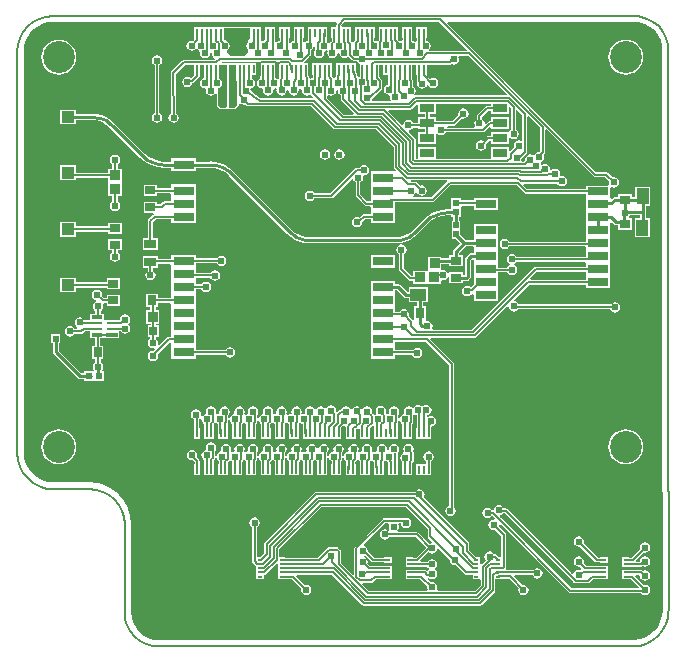
<source format=gtl>
G04*
G04 #@! TF.GenerationSoftware,Altium Limited,Altium Designer,21.6.4 (81)*
G04*
G04 Layer_Physical_Order=1*
G04 Layer_Color=255*
%FSLAX44Y44*%
%MOMM*%
G71*
G04*
G04 #@! TF.SameCoordinates,D3511B64-A8A5-4C62-8431-0C2E51F58D68*
G04*
G04*
G04 #@! TF.FilePolarity,Positive*
G04*
G01*
G75*
%ADD11C,0.2540*%
%ADD15C,0.1524*%
%ADD21C,0.2032*%
%ADD36R,0.5200X0.5200*%
%ADD37R,1.0121X1.3311*%
%ADD38R,0.4725X0.5153*%
%ADD39R,1.0000X0.8000*%
%ADD40R,0.5000X0.5000*%
%ADD41R,0.7000X0.7000*%
%ADD42R,0.7500X0.9000*%
%ADD43R,0.6000X0.5500*%
%ADD44R,1.2500X0.7600*%
%ADD45R,1.0000X0.3000*%
%ADD46R,0.9500X0.2500*%
%ADD47R,0.9500X0.3000*%
%ADD48R,0.9000X0.7000*%
%ADD49R,0.2000X0.7000*%
%ADD50R,0.3800X0.1800*%
%ADD51R,0.8500X0.9000*%
%ADD52R,0.3000X0.5200*%
%ADD53R,0.9000X0.6500*%
%ADD54R,0.9061X0.8582*%
%ADD55R,0.9000X0.7500*%
%ADD56R,0.8582X0.9061*%
%ADD57R,1.3311X1.0121*%
%ADD59R,1.8000X0.7000*%
%ADD60R,1.8000X0.8000*%
%ADD72R,2.2000X1.0500*%
%ADD73R,1.0500X1.0000*%
%ADD76C,2.7000*%
%ADD77C,0.6096*%
%ADD78C,0.4064*%
G36*
X531278Y392905D02*
X535560Y390616D01*
X539317Y387533D01*
X542401Y383775D01*
X544692Y379488D01*
X546028Y375084D01*
X546028Y-2189D01*
X546171Y-2906D01*
X546234Y-3634D01*
X546255Y-3674D01*
Y-102562D01*
X546246Y-102685D01*
X546121Y-103097D01*
X545595Y-108442D01*
X544184Y-113093D01*
X541893Y-117380D01*
X538809Y-121137D01*
X535052Y-124221D01*
X530765Y-126513D01*
X526113Y-127923D01*
X521789Y-128349D01*
X521276Y-128247D01*
X115484D01*
X110860Y-126845D01*
X106902Y-124729D01*
X103145Y-121645D01*
X100061Y-117888D01*
X97770Y-113601D01*
X96735Y-110190D01*
X96111Y-103858D01*
Y-30305D01*
X96069Y-30094D01*
X96094Y-29881D01*
X95613Y-24028D01*
X95462Y-23497D01*
X95408Y-22948D01*
X93701Y-17320D01*
X93460Y-16870D01*
X93312Y-16382D01*
X90540Y-11195D01*
X90216Y-10801D01*
X89976Y-10351D01*
X86245Y-5805D01*
X85850Y-5482D01*
X85527Y-5087D01*
X80981Y-1356D01*
X80531Y-1116D01*
X80136Y-792D01*
X74950Y1980D01*
X74462Y2128D01*
X74012Y2368D01*
X68384Y4076D01*
X67877Y4126D01*
X67389Y4274D01*
X61536Y4850D01*
X61284Y4825D01*
X61035Y4875D01*
X27191Y4924D01*
X26120Y5365D01*
X25873Y5414D01*
X25650Y5533D01*
X20511Y7092D01*
X16224Y9383D01*
X12467Y12467D01*
X9383Y16224D01*
X7092Y20511D01*
X5681Y25162D01*
X5179Y30254D01*
Y369745D01*
X5681Y374837D01*
X7092Y379489D01*
X9383Y383775D01*
X12467Y387533D01*
X16224Y390616D01*
X20511Y392908D01*
X25163Y394319D01*
X30254Y394821D01*
X269703D01*
X270258Y393550D01*
X270086Y393293D01*
X269928Y392500D01*
X269928Y392500D01*
Y390570D01*
X265730D01*
Y381030D01*
X265928D01*
Y378913D01*
X265106Y378091D01*
X264657Y377419D01*
X264500Y376626D01*
X264398Y376555D01*
X264210Y376522D01*
X262760Y376914D01*
X262193Y377763D01*
X261834Y378003D01*
Y381030D01*
X262270D01*
Y390570D01*
X245730D01*
Y381030D01*
X245928D01*
Y378963D01*
X244695Y378718D01*
X243342Y377813D01*
X242938Y377900D01*
X242072Y378261D01*
Y381030D01*
X242270D01*
Y390570D01*
X233730D01*
Y385762D01*
X233690Y385562D01*
X233690Y385562D01*
Y378808D01*
X233235Y378718D01*
X231807Y377763D01*
X231104Y376711D01*
X229834Y377096D01*
Y381030D01*
X230270D01*
Y390570D01*
X221730D01*
Y381030D01*
X221928D01*
Y378989D01*
X220565Y378718D01*
X219342Y377900D01*
X218569Y378132D01*
X218072Y378455D01*
Y381030D01*
X218270D01*
Y390570D01*
X209730D01*
Y381030D01*
X209730D01*
X209769Y379760D01*
X209550Y379053D01*
X207865Y378718D01*
X207104Y378209D01*
X205834Y378888D01*
Y381030D01*
X206270D01*
Y390570D01*
X197554D01*
X197104Y390757D01*
X175006D01*
X174556Y390570D01*
X149730D01*
Y381030D01*
X149730Y381030D01*
X149730D01*
X149567Y379828D01*
X148548Y378808D01*
X147320Y379053D01*
X145635Y378718D01*
X144207Y377763D01*
X143252Y376335D01*
X142917Y374650D01*
X143252Y372965D01*
X144207Y371537D01*
X145635Y370583D01*
X147320Y370248D01*
X149005Y370583D01*
X150327Y371466D01*
X150733Y371615D01*
X151507D01*
X151913Y371466D01*
X153235Y370583D01*
X153620Y370506D01*
X154494Y369038D01*
X154347Y368300D01*
X154683Y366615D01*
X155637Y365187D01*
X157065Y364233D01*
X158750Y363898D01*
X160435Y364233D01*
X161863Y365187D01*
X162817Y366615D01*
X163153Y368300D01*
X163144Y368341D01*
X163908Y369134D01*
X164520Y368280D01*
X164855Y366596D01*
X165809Y365167D01*
X166603Y364637D01*
X166964Y363133D01*
X166932Y363006D01*
X166624Y362604D01*
X140822D01*
X140029Y362446D01*
X139357Y361997D01*
X139357Y361997D01*
X130285Y352925D01*
X129836Y352253D01*
X129678Y351460D01*
X129678Y351460D01*
Y350823D01*
X129680Y350814D01*
X129678Y350805D01*
X129974Y317477D01*
X128967Y316803D01*
X128013Y315375D01*
X127677Y313690D01*
X128013Y312005D01*
X128967Y310577D01*
X130395Y309623D01*
X132080Y309288D01*
X133765Y309623D01*
X135193Y310577D01*
X136147Y312005D01*
X136483Y313690D01*
X136147Y315375D01*
X135193Y316803D01*
X134118Y317522D01*
X133823Y350604D01*
X141680Y358460D01*
X149730D01*
Y350230D01*
X149084Y349228D01*
X146862Y347006D01*
X145547Y347885D01*
X143862Y348220D01*
X142177Y347885D01*
X140749Y346931D01*
X139795Y345503D01*
X139460Y343818D01*
X139795Y342133D01*
X140749Y340705D01*
X142177Y339750D01*
X143862Y339415D01*
X145547Y339750D01*
X146975Y340705D01*
X147930Y342133D01*
X148049Y342734D01*
X148271Y342779D01*
X148944Y343228D01*
X153465Y347749D01*
X153465Y347749D01*
X153914Y348421D01*
X154072Y349214D01*
Y350230D01*
X154270D01*
Y358460D01*
X157730D01*
Y350230D01*
X157928D01*
Y347139D01*
X157065Y346968D01*
X155637Y346013D01*
X154683Y344585D01*
X154347Y342900D01*
X154683Y341215D01*
X155637Y339787D01*
X157065Y338833D01*
X158623Y338523D01*
X158756Y338489D01*
X159590Y337370D01*
X159427Y336550D01*
X159762Y334865D01*
X160717Y333437D01*
X162145Y332483D01*
X163830Y332148D01*
X165515Y332483D01*
X166943Y333437D01*
X167281Y333943D01*
X168551Y333558D01*
Y324154D01*
X168954Y323182D01*
X170986Y321150D01*
X171958Y320747D01*
X171958Y320747D01*
X176276D01*
X176276Y320747D01*
X177248Y321150D01*
X178421Y321481D01*
X178752Y321150D01*
X179724Y320747D01*
X179724Y320747D01*
X184042D01*
X185014Y321150D01*
X187046Y323182D01*
X187449Y324154D01*
X187771Y324912D01*
X189118Y325339D01*
X189831Y324863D01*
X191516Y324528D01*
X192953Y324813D01*
X193948Y323819D01*
X193948Y323819D01*
X194620Y323370D01*
X195413Y323212D01*
X195413Y323212D01*
X248323D01*
X267184Y304351D01*
X267184Y304351D01*
X267856Y303902D01*
X268649Y303744D01*
X271143D01*
X271143Y303744D01*
X303654D01*
X318415Y288983D01*
Y271929D01*
X318415Y271929D01*
X318573Y271136D01*
X319022Y270464D01*
X320102Y269384D01*
X319420Y268270D01*
X299185D01*
Y257730D01*
X299185D01*
Y257270D01*
X299185D01*
Y246730D01*
X299185Y246730D01*
Y246270D01*
X299185D01*
X299185Y245460D01*
Y243072D01*
X296235D01*
X290362Y248945D01*
Y259191D01*
X291403Y259887D01*
X292357Y261315D01*
X292693Y263000D01*
X292552Y263704D01*
X293366Y264838D01*
X295051Y265173D01*
X296479Y266127D01*
X297433Y267555D01*
X297768Y269240D01*
X297433Y270925D01*
X296479Y272353D01*
X295051Y273308D01*
X293366Y273643D01*
X291681Y273308D01*
X290253Y272353D01*
X289557Y271312D01*
X287346D01*
X287346Y271312D01*
X286553Y271154D01*
X285881Y270705D01*
X285881Y270705D01*
X264748Y249572D01*
X251309D01*
X250613Y250613D01*
X249185Y251567D01*
X247500Y251903D01*
X245815Y251567D01*
X244387Y250613D01*
X243433Y249185D01*
X243097Y247500D01*
X243433Y245815D01*
X244387Y244387D01*
X245815Y243433D01*
X247500Y243097D01*
X249185Y243433D01*
X250613Y244387D01*
X251309Y245428D01*
X265606D01*
X265606Y245428D01*
X266399Y245586D01*
X267071Y246035D01*
X282959Y261924D01*
X284175Y261555D01*
X284223Y261315D01*
X285177Y259887D01*
X286218Y259191D01*
Y248087D01*
X286218Y248087D01*
X286376Y247294D01*
X286825Y246622D01*
X293912Y239535D01*
X293912Y239535D01*
X294584Y239086D01*
X295377Y238928D01*
X295377Y238928D01*
X298287D01*
X299185Y238030D01*
X299185Y235730D01*
X299185Y234460D01*
Y232331D01*
X293303D01*
X292411Y232154D01*
X291655Y231648D01*
X289146Y229140D01*
X289031Y229217D01*
X287346Y229552D01*
X285661Y229217D01*
X284233Y228263D01*
X283279Y226834D01*
X282943Y225149D01*
X283279Y223465D01*
X284233Y222036D01*
X285661Y221082D01*
X287346Y220747D01*
X289031Y221082D01*
X290459Y222036D01*
X291413Y223465D01*
X291749Y225149D01*
X291737Y225209D01*
X291951Y225351D01*
X294269Y227669D01*
X299185D01*
Y224730D01*
X319725D01*
Y234460D01*
X319725Y235270D01*
X319725Y236540D01*
Y242166D01*
X351354D01*
X351354Y242166D01*
X352147Y242324D01*
X352819Y242773D01*
X366618Y256572D01*
X422533D01*
X429070Y250035D01*
X429070Y250035D01*
X429742Y249586D01*
X430535Y249428D01*
X430535Y249428D01*
X481240D01*
Y247040D01*
X481240Y246730D01*
Y245770D01*
X481240Y245460D01*
Y235230D01*
X481240D01*
Y234770D01*
X481240D01*
Y224230D01*
X481240D01*
Y223770D01*
X481240D01*
Y214040D01*
X481240Y213230D01*
X481240Y211960D01*
Y208828D01*
X416305D01*
X415609Y209869D01*
X414181Y210823D01*
X412496Y211159D01*
X410811Y210823D01*
X409383Y209869D01*
X408428Y208441D01*
X408093Y206756D01*
X408428Y205071D01*
X409383Y203643D01*
X410811Y202689D01*
X412496Y202353D01*
X414181Y202689D01*
X415609Y203643D01*
X416305Y204684D01*
X480342D01*
X481240Y203786D01*
X481240Y202230D01*
X481240Y200960D01*
Y195874D01*
X422401D01*
X421705Y196915D01*
X420277Y197869D01*
X418592Y198205D01*
X416907Y197869D01*
X415479Y196915D01*
X414524Y195487D01*
X414189Y193802D01*
X414524Y192117D01*
X415479Y190689D01*
X416554Y189971D01*
X416610Y189783D01*
Y188748D01*
X416554Y188559D01*
X415479Y187841D01*
X414783Y186800D01*
X407678D01*
X406780Y187698D01*
X406780Y190770D01*
X406780Y192040D01*
Y200960D01*
X406780Y201770D01*
X406780Y203040D01*
Y211960D01*
X406780Y212770D01*
X406780Y214040D01*
Y223770D01*
X386240D01*
Y214040D01*
X386240Y213230D01*
X386240Y211960D01*
Y210090D01*
X379495D01*
X374839Y214746D01*
Y226348D01*
X373796D01*
Y229630D01*
X375077D01*
Y236360D01*
X375077Y237370D01*
X375077Y238271D01*
X375975Y239169D01*
X386240D01*
Y235230D01*
X406780D01*
Y245770D01*
X386240D01*
Y243831D01*
X375077D01*
Y245370D01*
X367337D01*
Y238640D01*
X367337Y237630D01*
Y236988D01*
X366439Y236090D01*
X363735D01*
Y236126D01*
X359351Y235781D01*
X355074Y234755D01*
X351011Y233072D01*
X347261Y230774D01*
X343917Y227918D01*
X343943Y227892D01*
X335322Y219271D01*
X335260Y219177D01*
X331884Y216407D01*
X327934Y214296D01*
X323649Y212996D01*
X319303Y212568D01*
X319193Y212590D01*
X248021D01*
X247911Y212568D01*
X243565Y212996D01*
X239279Y214296D01*
X235330Y216407D01*
X231954Y219177D01*
X231892Y219271D01*
X182771Y268392D01*
X182796Y268418D01*
X179452Y271274D01*
X175702Y273572D01*
X171639Y275255D01*
X167363Y276282D01*
X162979Y276626D01*
Y276590D01*
X150815D01*
Y279270D01*
X130275D01*
Y276590D01*
X123871D01*
X123761Y276568D01*
X119415Y276996D01*
X115129Y278296D01*
X111180Y280407D01*
X107804Y283178D01*
X107742Y283271D01*
X82308Y308705D01*
X82334Y308731D01*
X78990Y311587D01*
X75240Y313885D01*
X71177Y315568D01*
X66901Y316594D01*
X62516Y316939D01*
Y316903D01*
X49416D01*
Y320583D01*
X36376D01*
Y308043D01*
X49416D01*
Y311723D01*
X62516D01*
X62626Y311745D01*
X66973Y311317D01*
X71258Y310017D01*
X75207Y307906D01*
X78583Y305136D01*
X78645Y305042D01*
X104079Y279608D01*
X104053Y279583D01*
X107398Y276726D01*
X111147Y274429D01*
X115210Y272745D01*
X119487Y271719D01*
X123871Y271374D01*
Y271410D01*
X130275D01*
Y268730D01*
X150815D01*
Y271410D01*
X162979D01*
X163089Y271432D01*
X167435Y271004D01*
X171721Y269704D01*
X175670Y267593D01*
X179046Y264823D01*
X179108Y264729D01*
X228229Y215608D01*
X228203Y215582D01*
X231548Y212726D01*
X235297Y210428D01*
X239360Y208745D01*
X243637Y207719D01*
X248021Y207374D01*
Y207410D01*
X319193D01*
Y207374D01*
X323577Y207719D01*
X327853Y208745D01*
X331917Y210428D01*
X335666Y212726D01*
X339010Y215582D01*
X338984Y215608D01*
X347606Y224229D01*
X347668Y224323D01*
X351044Y227093D01*
X354993Y229204D01*
X359278Y230504D01*
X363625Y230932D01*
X363735Y230910D01*
X367337D01*
Y229630D01*
X368617D01*
Y226348D01*
X367574D01*
Y218655D01*
Y211083D01*
X371176D01*
X374760Y207500D01*
X369375Y202116D01*
X368814Y201276D01*
X368617Y200285D01*
Y197216D01*
X365437D01*
Y195286D01*
X358730D01*
Y196016D01*
X347690D01*
Y184476D01*
X346566Y184123D01*
X335149D01*
Y179648D01*
X333467D01*
X327072Y186042D01*
Y198191D01*
X328113Y198887D01*
X329067Y200315D01*
X329403Y202000D01*
X329067Y203685D01*
X328113Y205113D01*
X326685Y206068D01*
X325000Y206403D01*
X323315Y206068D01*
X321887Y205113D01*
X320933Y203685D01*
X320597Y202000D01*
X320933Y200315D01*
X321887Y198887D01*
X322928Y198191D01*
Y185184D01*
X322928Y185184D01*
X323086Y184391D01*
X323535Y183719D01*
X331143Y176111D01*
X331816Y175662D01*
X332608Y175504D01*
X332608Y175504D01*
X335149D01*
Y173001D01*
X358271D01*
Y175187D01*
X359541Y176229D01*
X360064Y176125D01*
X361749Y176460D01*
X363177Y177414D01*
X364131Y178843D01*
X364167Y179021D01*
X365437Y178895D01*
Y173676D01*
X376977D01*
Y175606D01*
X380162D01*
X381153Y175803D01*
X381993Y176364D01*
X383481Y177852D01*
X384043Y178692D01*
X384240Y179684D01*
Y192905D01*
X384970Y193604D01*
X386240Y193257D01*
X386240Y191230D01*
X386240Y189960D01*
Y181040D01*
X386240Y180230D01*
X386240Y178960D01*
Y172160D01*
X384917Y170837D01*
X383888Y170113D01*
X382460Y171068D01*
X380775Y171403D01*
X379090Y171068D01*
X377662Y170113D01*
X376708Y168685D01*
X376373Y167000D01*
X376708Y165315D01*
X377662Y163887D01*
X379090Y162933D01*
X380775Y162598D01*
X382460Y162933D01*
X383888Y163887D01*
X384407Y164663D01*
X384970Y164817D01*
X386240Y163848D01*
Y158730D01*
X406780D01*
Y168270D01*
X406780D01*
Y169230D01*
X406780D01*
Y178960D01*
X406780Y179770D01*
X406780Y181040D01*
Y182656D01*
X414783D01*
X415479Y181615D01*
X416907Y180661D01*
X418592Y180326D01*
X420277Y180661D01*
X421705Y181615D01*
X422659Y183043D01*
X422995Y184728D01*
X422659Y186413D01*
X421705Y187841D01*
X420630Y188559D01*
X420574Y188748D01*
Y189783D01*
X420630Y189971D01*
X421705Y190689D01*
X422401Y191730D01*
X480491D01*
X481240Y190770D01*
X481240Y189960D01*
Y187572D01*
X438738D01*
X437945Y187414D01*
X437273Y186965D01*
X437273Y186965D01*
X384460Y134152D01*
X351520D01*
X350921Y135272D01*
X351057Y135475D01*
X351392Y137160D01*
X351057Y138845D01*
X350103Y140273D01*
X348675Y141228D01*
X346990Y141563D01*
X346292Y141424D01*
X345984Y142657D01*
Y154106D01*
X343458D01*
Y157500D01*
X347230D01*
Y170161D01*
X331379D01*
Y166420D01*
X329710D01*
X324299Y171831D01*
X323458Y172393D01*
X322467Y172590D01*
X319725D01*
Y175270D01*
X299185D01*
Y165540D01*
X299185Y164730D01*
X299185Y163460D01*
Y154540D01*
X299185Y153730D01*
X299185Y152460D01*
Y142730D01*
X299185D01*
Y142270D01*
X299185D01*
Y131730D01*
X299185D01*
Y131270D01*
X299185D01*
Y121540D01*
X299185Y120730D01*
X299185Y119460D01*
Y109730D01*
X319725D01*
Y112928D01*
X334322D01*
X334362Y112725D01*
X335316Y111297D01*
X336745Y110342D01*
X338429Y110007D01*
X340114Y110342D01*
X341543Y111297D01*
X342497Y112725D01*
X342832Y114410D01*
X342497Y116094D01*
X341543Y117523D01*
X340114Y118477D01*
X338429Y118812D01*
X336745Y118477D01*
X335316Y117523D01*
X335015Y117072D01*
X320623D01*
X319725Y117970D01*
X319725Y120270D01*
X319725Y121540D01*
Y123928D01*
X345749D01*
X365428Y104249D01*
Y-14943D01*
X364864Y-15056D01*
X363436Y-16010D01*
X362481Y-17438D01*
X362146Y-19123D01*
X362481Y-20808D01*
X363436Y-22236D01*
X364864Y-23191D01*
X366549Y-23526D01*
X368234Y-23191D01*
X369662Y-22236D01*
X370616Y-20808D01*
X370952Y-19123D01*
X370616Y-17438D01*
X369662Y-16010D01*
X369572Y-15950D01*
Y105107D01*
X369414Y105900D01*
X368965Y106572D01*
X368965Y106572D01*
X349496Y126041D01*
X349982Y127214D01*
X387096D01*
X387096Y127214D01*
X387889Y127372D01*
X388561Y127821D01*
X414467Y153727D01*
X415845Y153309D01*
X416043Y152315D01*
X416997Y150887D01*
X418426Y149933D01*
X420111Y149598D01*
X421795Y149933D01*
X423224Y150887D01*
X423585Y151428D01*
X501920D01*
X501942Y151315D01*
X502897Y149887D01*
X504325Y148932D01*
X506010Y148597D01*
X507695Y148932D01*
X509123Y149887D01*
X510077Y151315D01*
X510413Y153000D01*
X510077Y154685D01*
X509123Y156113D01*
X507695Y157067D01*
X506010Y157402D01*
X504325Y157067D01*
X502897Y156113D01*
X502535Y155572D01*
X424201D01*
X424178Y155685D01*
X423224Y157113D01*
X421795Y158068D01*
X420801Y158265D01*
X420383Y159643D01*
X433168Y172428D01*
X481240D01*
Y169230D01*
X501780D01*
Y179770D01*
X501780D01*
Y180230D01*
X501780D01*
Y189960D01*
X501780Y190770D01*
X501780Y192040D01*
Y200960D01*
X501780Y201770D01*
X501780Y203040D01*
Y211960D01*
X501780Y212770D01*
X501780Y214040D01*
Y223770D01*
X501780D01*
Y224230D01*
X502027Y224582D01*
X503579Y224787D01*
X504899Y223467D01*
X505739Y222905D01*
X506730Y222708D01*
X508580D01*
Y218404D01*
X520120D01*
Y228444D01*
X517857D01*
X517472Y229714D01*
X517673Y229849D01*
X518503Y231090D01*
X527254D01*
Y228437D01*
X522497D01*
Y212586D01*
X535159D01*
Y228437D01*
X532434D01*
Y239177D01*
X535667D01*
Y255028D01*
X523005D01*
Y246780D01*
X520120D01*
Y249210D01*
X508580D01*
Y246780D01*
X505727D01*
X504736Y246583D01*
X503896Y246021D01*
X502953Y245078D01*
X501780Y245564D01*
Y246730D01*
X501780Y247040D01*
Y254387D01*
X503050Y255066D01*
X503339Y254873D01*
X505024Y254538D01*
X506709Y254873D01*
X508137Y255827D01*
X509091Y257255D01*
X509426Y258940D01*
X509091Y260625D01*
X508137Y262053D01*
X506709Y263008D01*
X505024Y263343D01*
X503796Y263098D01*
X500010Y266884D01*
X499338Y267333D01*
X498545Y267490D01*
X498545Y267490D01*
X490017D01*
X363860Y393647D01*
X364347Y394821D01*
X524909D01*
X531278Y392905D01*
D02*
G37*
G36*
X380356Y371291D02*
X379870Y370118D01*
X348715D01*
X348330Y371388D01*
X348553Y371537D01*
X349507Y372965D01*
X349842Y374650D01*
X349507Y376335D01*
X348553Y377763D01*
X347125Y378718D01*
X346072Y378927D01*
Y381030D01*
X346270D01*
Y390570D01*
X337730D01*
Y381030D01*
X338108D01*
Y378516D01*
X337828Y378303D01*
X336838Y377954D01*
X335695Y378718D01*
X334072Y379040D01*
Y381030D01*
X334270D01*
Y390570D01*
X325730D01*
Y381030D01*
X326166D01*
Y379134D01*
X325046Y378535D01*
X324773Y378717D01*
X323377Y378995D01*
X322512Y379860D01*
X322270Y381030D01*
X322270Y381030D01*
X322270Y381030D01*
Y390570D01*
X305730D01*
Y381030D01*
X305928D01*
Y379395D01*
X305430Y378897D01*
X303895Y378473D01*
X303756Y378504D01*
X303437Y378717D01*
X302092Y378985D01*
X302072Y379006D01*
Y381030D01*
X302270D01*
Y390570D01*
X285730D01*
Y381030D01*
X285928D01*
Y379100D01*
X285047Y378219D01*
X284690Y377684D01*
X283985Y377521D01*
X283292Y377491D01*
X283276Y377514D01*
X283276Y377514D01*
X282072Y378718D01*
Y381030D01*
X282270D01*
Y390570D01*
X274551D01*
X274270Y391840D01*
X277250Y394821D01*
X356827D01*
X380356Y371291D01*
D02*
G37*
G36*
X197104Y380746D02*
X195326Y378968D01*
Y377976D01*
X195007Y377763D01*
X194053Y376335D01*
X193717Y374650D01*
X194053Y372965D01*
X195007Y371537D01*
X195326Y371324D01*
Y368808D01*
X192024Y365506D01*
X180848D01*
X176955Y369399D01*
X177312Y370838D01*
X178373Y371547D01*
X179327Y372976D01*
X179662Y374660D01*
X179327Y376345D01*
X178373Y377773D01*
X176945Y378728D01*
X175260Y379063D01*
X175006Y379271D01*
Y389382D01*
X197104D01*
Y380746D01*
D02*
G37*
G36*
X413997Y333699D02*
X413511Y332526D01*
X336655D01*
X336505Y332696D01*
X336203Y333233D01*
X336067Y333757D01*
X336807Y334865D01*
X337142Y336550D01*
X336807Y338235D01*
X335853Y339663D01*
X334812Y340359D01*
Y345092D01*
X334654Y345885D01*
X334205Y346557D01*
X334205Y346557D01*
X334072Y346690D01*
Y350230D01*
X334270D01*
Y358608D01*
X337730D01*
Y350230D01*
X337928D01*
Y344999D01*
X337928Y344999D01*
X338086Y344206D01*
X338356Y343802D01*
X338097Y342499D01*
X338432Y340815D01*
X339386Y339386D01*
X340815Y338432D01*
X342499Y338097D01*
X344184Y338432D01*
X345612Y339386D01*
X346567Y340815D01*
X346621Y341085D01*
X347290Y341249D01*
X347942Y341219D01*
X348789Y339953D01*
X350217Y338998D01*
X351902Y338663D01*
X353587Y338998D01*
X355015Y339953D01*
X355969Y341381D01*
X356304Y343066D01*
X355969Y344751D01*
X355015Y346179D01*
X353587Y347133D01*
X351902Y347468D01*
X350217Y347133D01*
X349619Y346734D01*
X347026Y349326D01*
X346270Y350230D01*
X346270D01*
X346270Y350230D01*
Y358608D01*
X365891D01*
X365891Y358608D01*
X366684Y358766D01*
X367306Y359182D01*
X367730Y358899D01*
X369415Y358563D01*
X371100Y358899D01*
X372528Y359853D01*
X373482Y361281D01*
X373817Y362966D01*
X373482Y364651D01*
X373346Y364854D01*
X373945Y365974D01*
X381722D01*
X413997Y333699D01*
D02*
G37*
G36*
X251928Y373900D02*
Y371071D01*
X251203Y369985D01*
X250867Y368300D01*
X251203Y366615D01*
X252157Y365187D01*
X253585Y364233D01*
X255270Y363898D01*
X256955Y364233D01*
X258383Y365187D01*
X259337Y366615D01*
X259673Y368300D01*
X259525Y369041D01*
X260398Y370510D01*
X260765Y370583D01*
X261714Y371217D01*
X262629Y370301D01*
X262504Y370113D01*
X262169Y368429D01*
X262504Y366744D01*
X263458Y365316D01*
X264887Y364361D01*
X266571Y364026D01*
X268256Y364361D01*
X269685Y365316D01*
X270639Y366744D01*
X270974Y368429D01*
X271768Y369028D01*
X272329Y368686D01*
X272664Y367001D01*
X273618Y365573D01*
X275047Y364618D01*
X276731Y364283D01*
X278416Y364618D01*
X278981Y364996D01*
X280267Y365225D01*
X280791Y364794D01*
X283702Y361884D01*
X284374Y361435D01*
X285167Y361277D01*
X285167Y361277D01*
X287781D01*
X288733Y359853D01*
X289730Y359187D01*
Y354962D01*
X289690Y354762D01*
X289690Y354762D01*
Y348532D01*
X288965Y348049D01*
X287611Y348586D01*
X286270Y354381D01*
Y359770D01*
X269730D01*
Y350230D01*
X269303Y349355D01*
X269302Y349354D01*
X269215Y348913D01*
X269026Y347967D01*
X269026D01*
X269017Y347873D01*
X268528Y347580D01*
X267256Y347466D01*
X266483Y348623D01*
X266479Y348629D01*
X266183Y349428D01*
X266270Y350230D01*
X266270D01*
Y359770D01*
X249730D01*
Y350230D01*
X249928D01*
Y347251D01*
X248505Y346968D01*
X248249Y346796D01*
X246889Y347415D01*
X246726Y348684D01*
X246638Y348943D01*
X246585Y349212D01*
X246270Y350230D01*
X246270Y350230D01*
X246270D01*
X246270Y350230D01*
Y359770D01*
X243410D01*
X242884Y361040D01*
X245305Y363461D01*
X245305Y363461D01*
X245754Y364133D01*
X245755Y364139D01*
X247845Y366229D01*
X247845Y366229D01*
X248294Y366901D01*
X248452Y367694D01*
Y370841D01*
X249493Y371537D01*
X250447Y372965D01*
X250658Y374025D01*
X251928Y373900D01*
D02*
G37*
G36*
X229271Y361040D02*
X228568Y359770D01*
X221730D01*
Y351223D01*
X221724Y350201D01*
X221710Y350126D01*
X221486Y348962D01*
X221468Y348872D01*
X221454Y348818D01*
X221328Y346561D01*
X220035Y346179D01*
X218855Y346968D01*
X218072Y347123D01*
Y350230D01*
X218270D01*
Y359770D01*
X205730D01*
Y350230D01*
X205730D01*
X205827Y350120D01*
X205650Y348711D01*
X205650Y348710D01*
X205650Y348710D01*
X205434Y346989D01*
X205325Y346968D01*
X203897Y346013D01*
X202943Y344585D01*
X202607Y342900D01*
X202943Y341215D01*
X203897Y339787D01*
X205325Y338833D01*
X207010Y338498D01*
X207798Y337359D01*
X207687Y336804D01*
X208022Y335119D01*
X208977Y333691D01*
X210405Y332737D01*
X212090Y332402D01*
X213775Y332737D01*
X215203Y333691D01*
X216157Y335119D01*
X216493Y336804D01*
X216392Y337311D01*
X217126Y338358D01*
X218380Y338541D01*
X219299Y337719D01*
X219117Y336804D01*
X219452Y335119D01*
X220407Y333691D01*
X221835Y332737D01*
X223520Y332402D01*
X225205Y332737D01*
X226633Y333691D01*
X227587Y335119D01*
X227922Y336804D01*
X228534Y337356D01*
X229277Y336804D01*
X229613Y335119D01*
X230567Y333691D01*
X231995Y332737D01*
X233680Y332402D01*
X235365Y332737D01*
X236793Y333691D01*
X237747Y335119D01*
X238083Y336804D01*
X237901Y337719D01*
X238820Y338541D01*
X240074Y338358D01*
X240808Y337311D01*
X240707Y336804D01*
X241042Y335119D01*
X241997Y333691D01*
X243425Y332737D01*
X245110Y332402D01*
X246795Y332737D01*
X247175Y332991D01*
X248725Y332799D01*
X248835Y332689D01*
X250104Y331420D01*
X249578Y330150D01*
X205587D01*
X197378Y336023D01*
X197483Y336550D01*
X197148Y338235D01*
X197293Y338586D01*
X198535Y338833D01*
X199963Y339787D01*
X200917Y341215D01*
X201252Y342900D01*
X200917Y344585D01*
X199963Y346013D01*
X198535Y346968D01*
X198310Y347012D01*
Y350230D01*
X202270D01*
Y359770D01*
X185175D01*
X185058Y359819D01*
X178921D01*
X178804Y359770D01*
X177663D01*
X177546Y359819D01*
X173719D01*
X173040Y361089D01*
X173151Y361254D01*
X229137D01*
X229271Y361040D01*
D02*
G37*
G36*
X271313Y337344D02*
X271334Y337285D01*
X271187Y336550D01*
X271523Y334865D01*
X272477Y333437D01*
X273518Y332741D01*
Y329496D01*
X273518Y329496D01*
X273676Y328703D01*
X274125Y328031D01*
X284713Y317443D01*
X284227Y316270D01*
X276477D01*
X262422Y330325D01*
Y332020D01*
X263542Y332619D01*
X263745Y332483D01*
X265430Y332148D01*
X267115Y332483D01*
X268543Y333437D01*
X269497Y334865D01*
X269799Y336382D01*
X269954Y336645D01*
X270954Y337425D01*
X271313Y337344D01*
D02*
G37*
G36*
X309730Y350230D02*
X313928D01*
Y341728D01*
X312669Y341478D01*
X311241Y340523D01*
X310287Y339095D01*
X309951Y337410D01*
X310287Y335725D01*
X311241Y334297D01*
X312669Y333343D01*
X314354Y333008D01*
X315264Y331894D01*
X315129Y331216D01*
X315464Y329531D01*
X316009Y328716D01*
X315331Y327446D01*
X300694D01*
X300096Y328566D01*
X300231Y328769D01*
X300365Y329439D01*
X307945Y337019D01*
X307945Y337019D01*
X308394Y337691D01*
X308552Y338484D01*
Y345004D01*
X308552Y345004D01*
X308394Y345797D01*
X307945Y346469D01*
X306671Y347743D01*
X306671Y347743D01*
X306671Y347743D01*
X306072Y348343D01*
Y350230D01*
X306270D01*
Y358608D01*
X309730D01*
Y350230D01*
D02*
G37*
G36*
X185058Y345744D02*
X185928Y344874D01*
Y332958D01*
X185928Y332958D01*
X186074Y332225D01*
Y324154D01*
X184042Y322122D01*
X179724D01*
X178784Y323062D01*
X178921Y323392D01*
X178921Y323392D01*
Y358444D01*
X185058D01*
Y345744D01*
D02*
G37*
G36*
X177546Y323392D02*
X176276Y322122D01*
X171958D01*
X169926Y324154D01*
Y338700D01*
X170595Y338833D01*
X172023Y339787D01*
X172977Y341215D01*
X173312Y342900D01*
X172977Y344585D01*
X172023Y346013D01*
X170942Y346736D01*
Y358444D01*
X177546D01*
Y323392D01*
D02*
G37*
G36*
X339230Y324621D02*
Y316480D01*
X344678D01*
Y313920D01*
X339230D01*
Y309454D01*
X334808D01*
X334112Y310496D01*
X332684Y311450D01*
X330999Y311785D01*
X329314Y311450D01*
X327886Y310496D01*
X326932Y309067D01*
X326754Y308170D01*
X325375Y307752D01*
X313793Y319335D01*
X314279Y320508D01*
X332463D01*
X332463Y320508D01*
X333256Y320666D01*
X333928Y321115D01*
X337960Y325147D01*
X339230Y324621D01*
D02*
G37*
G36*
X417927Y321866D02*
Y303808D01*
X416886Y303113D01*
X416350Y302310D01*
X416318Y302263D01*
X416318Y302263D01*
X415932Y301684D01*
X415770Y301220D01*
X415770Y301220D01*
X400730D01*
Y298222D01*
X398650D01*
X397857Y298064D01*
X397185Y297615D01*
X397185Y297615D01*
X393727Y294158D01*
X392499Y294402D01*
X390814Y294067D01*
X389386Y293113D01*
X388432Y291684D01*
X388097Y289999D01*
X388432Y288315D01*
X389386Y286886D01*
X390814Y285932D01*
X392499Y285597D01*
X394184Y285932D01*
X395612Y286886D01*
X396567Y288315D01*
X396902Y289999D01*
X396657Y291228D01*
X399460Y294030D01*
X400730Y293962D01*
Y291080D01*
X415770D01*
Y296271D01*
X416381Y296608D01*
X417040Y296783D01*
X418314Y295932D01*
X419999Y295597D01*
X421684Y295932D01*
X423112Y296886D01*
X424067Y298315D01*
X424402Y299999D01*
X424067Y301684D01*
X423112Y303113D01*
X422071Y303808D01*
Y320015D01*
X423244Y320501D01*
X427461Y316284D01*
Y294598D01*
X426341Y294000D01*
X426138Y294135D01*
X424453Y294471D01*
X422768Y294135D01*
X421340Y293181D01*
X420385Y291753D01*
X420050Y290068D01*
X420294Y288840D01*
X417040Y285585D01*
X415770Y286111D01*
Y288520D01*
X400730D01*
Y279073D01*
X354270D01*
Y288520D01*
X339230D01*
Y279073D01*
X337238D01*
Y295032D01*
X337080Y295825D01*
X336631Y296497D01*
X336631Y296497D01*
X331369Y301759D01*
X331787Y303137D01*
X332684Y303315D01*
X334112Y304269D01*
X334808Y305311D01*
X339230D01*
Y303780D01*
X344678D01*
Y301220D01*
X339230D01*
Y291080D01*
X354270D01*
Y299858D01*
X355540Y300244D01*
X355575Y300192D01*
X357003Y299237D01*
X358688Y298902D01*
X360373Y299237D01*
X361801Y300192D01*
X362497Y301233D01*
X394470D01*
X394470Y301233D01*
X395263Y301391D01*
X395935Y301840D01*
X399557Y305462D01*
X400730Y304976D01*
Y303780D01*
X415770D01*
Y313920D01*
X400730D01*
Y311855D01*
X400015Y310922D01*
X399222Y310764D01*
X398550Y310315D01*
X398550Y310315D01*
X396751Y308516D01*
X396118Y308680D01*
X395479Y309040D01*
X395184Y310520D01*
X394230Y311948D01*
X393189Y312644D01*
Y314313D01*
X398354Y319478D01*
X400730D01*
Y316480D01*
X415770D01*
Y322364D01*
X416943Y322850D01*
X417927Y321866D01*
D02*
G37*
G36*
X400730Y323622D02*
X397496D01*
X396703Y323464D01*
X396031Y323015D01*
X396031Y323015D01*
X389652Y316636D01*
X389203Y315964D01*
X389045Y315171D01*
X389045Y315171D01*
Y312644D01*
X388004Y311948D01*
X387049Y310520D01*
X386714Y308835D01*
X387049Y307150D01*
X387386Y306647D01*
X386707Y305377D01*
X363779D01*
X363700Y305508D01*
X364419Y306778D01*
X369208D01*
X369208Y306778D01*
X370001Y306936D01*
X370673Y307385D01*
X376272Y312984D01*
X377500Y312740D01*
X379185Y313075D01*
X380613Y314029D01*
X381567Y315457D01*
X381903Y317142D01*
X381567Y318827D01*
X380613Y320255D01*
X379185Y321210D01*
X377500Y321545D01*
X375815Y321210D01*
X374387Y320255D01*
X373433Y318827D01*
X373097Y317142D01*
X373342Y315914D01*
X368350Y310922D01*
X354270D01*
Y313920D01*
X348822D01*
Y316480D01*
X354270D01*
Y325588D01*
X400730D01*
Y323622D01*
D02*
G37*
G36*
X442540Y305156D02*
Y285404D01*
X441660Y284523D01*
X441452Y284565D01*
X439767Y284230D01*
X438339Y283275D01*
X437700Y282319D01*
X437384Y281847D01*
X436114Y281968D01*
X435771Y282197D01*
X434086Y282533D01*
X432401Y282197D01*
X430973Y281243D01*
X430019Y279815D01*
X429683Y278130D01*
X429773Y277679D01*
X428373Y276279D01*
X426795D01*
X426116Y277549D01*
X426567Y278223D01*
X426669Y278740D01*
X430998Y283068D01*
X431447Y283740D01*
X431605Y284533D01*
X431604Y284533D01*
Y314432D01*
X432778Y314918D01*
X442540Y305156D01*
D02*
G37*
G36*
X487694Y263954D02*
X487694Y263954D01*
X488366Y263505D01*
X489159Y263347D01*
X489159Y263347D01*
X497687D01*
X500866Y260168D01*
X500621Y258940D01*
X500900Y257540D01*
X500204Y256270D01*
X481240D01*
Y253572D01*
X431393D01*
X428368Y256597D01*
X428854Y257770D01*
X456947D01*
X457643Y256729D01*
X459071Y255774D01*
X460756Y255439D01*
X462441Y255774D01*
X463869Y256729D01*
X464823Y258157D01*
X465159Y259842D01*
X464823Y261527D01*
X463869Y262955D01*
X462441Y263909D01*
X460756Y264245D01*
X460308Y264155D01*
X459228Y265236D01*
X459367Y265938D01*
X459032Y267623D01*
X458078Y269051D01*
X456650Y270005D01*
X454965Y270341D01*
X453280Y270005D01*
X452069Y269196D01*
X451246Y269544D01*
X450900Y269826D01*
X450935Y270002D01*
X450600Y271687D01*
X449645Y273115D01*
X448217Y274069D01*
X446532Y274405D01*
X444847Y274069D01*
X444445Y273801D01*
X443271Y274287D01*
X443233Y274478D01*
X443032Y274779D01*
X443137Y276094D01*
X443432Y276292D01*
X444565Y277049D01*
X445519Y278477D01*
X445855Y280162D01*
X445519Y281847D01*
X445284Y282199D01*
X446077Y283081D01*
X446526Y283753D01*
X446684Y284546D01*
Y303305D01*
X447857Y303791D01*
X487694Y263954D01*
D02*
G37*
G36*
X363875Y259689D02*
X350496Y246310D01*
X334995D01*
X334705Y247580D01*
X335853Y248347D01*
X336807Y249775D01*
X336847Y249974D01*
X337319Y250110D01*
X338168Y250108D01*
X338984Y248887D01*
X340413Y247933D01*
X342098Y247598D01*
X343782Y247933D01*
X345211Y248887D01*
X346165Y250315D01*
X346500Y252000D01*
X346165Y253685D01*
X345211Y255113D01*
X343782Y256068D01*
X342098Y256403D01*
X340869Y256158D01*
X338063Y258965D01*
X337391Y259414D01*
X336598Y259572D01*
X336598Y259572D01*
X332895D01*
X332816Y259689D01*
X333495Y260959D01*
X363349D01*
X363875Y259689D01*
D02*
G37*
G36*
X386240Y204012D02*
X386240Y202230D01*
X386240Y200960D01*
Y199090D01*
X383954D01*
X382963Y198892D01*
X382123Y198331D01*
X379819Y196027D01*
X379258Y195187D01*
X379060Y194196D01*
Y180785D01*
X376977D01*
Y182716D01*
X365437D01*
Y182160D01*
X364167Y182035D01*
X364131Y182212D01*
X363177Y183641D01*
X361749Y184595D01*
X360064Y184930D01*
X359711Y184860D01*
X358730Y185666D01*
Y190106D01*
X365437D01*
Y188176D01*
X376977D01*
Y197216D01*
X373796D01*
Y199212D01*
X379495Y204910D01*
X385342D01*
X386240Y204012D01*
D02*
G37*
G36*
X481240Y180230D02*
X481240D01*
Y179770D01*
X481240D01*
Y176572D01*
X434399D01*
X433913Y177745D01*
X439596Y183428D01*
X481240D01*
Y180230D01*
D02*
G37*
G36*
X326806Y161999D02*
X327646Y161437D01*
X328637Y161240D01*
X331379D01*
Y157500D01*
X338278D01*
Y154106D01*
X335944D01*
Y142806D01*
X334833Y142183D01*
X334566Y142582D01*
X334566Y142582D01*
X331056Y146092D01*
X331301Y147320D01*
X330965Y149005D01*
X330011Y150433D01*
X328583Y151388D01*
X326898Y151723D01*
X325213Y151388D01*
X323785Y150433D01*
X323089Y149392D01*
X320623D01*
X319725Y150290D01*
X319725Y153270D01*
X319725Y154540D01*
Y163460D01*
X319725Y164270D01*
X319725Y165540D01*
Y167410D01*
X321395D01*
X326806Y161999D01*
D02*
G37*
%LPC*%
G36*
X515000Y379877D02*
X512105Y379592D01*
X509321Y378747D01*
X506755Y377376D01*
X504506Y375530D01*
X502660Y373281D01*
X501288Y370715D01*
X500444Y367931D01*
X500159Y365036D01*
X500444Y362140D01*
X501288Y359356D01*
X502660Y356790D01*
X504506Y354541D01*
X506755Y352696D01*
X509321Y351324D01*
X512105Y350480D01*
X515000Y350194D01*
X517896Y350480D01*
X520680Y351324D01*
X523246Y352696D01*
X525495Y354541D01*
X527340Y356790D01*
X528712Y359356D01*
X529557Y362140D01*
X529842Y365036D01*
X529557Y367931D01*
X528712Y370715D01*
X527340Y373281D01*
X525495Y375530D01*
X523246Y377376D01*
X520680Y378747D01*
X517896Y379592D01*
X515000Y379877D01*
D02*
G37*
G36*
X35000Y379841D02*
X32105Y379556D01*
X29320Y378711D01*
X26755Y377340D01*
X24506Y375494D01*
X22660Y373245D01*
X21288Y370679D01*
X20444Y367895D01*
X20159Y365000D01*
X20444Y362104D01*
X21288Y359320D01*
X22660Y356754D01*
X24506Y354505D01*
X26755Y352659D01*
X29320Y351288D01*
X32105Y350443D01*
X35000Y350158D01*
X37896Y350443D01*
X40680Y351288D01*
X43246Y352659D01*
X45495Y354505D01*
X47340Y356754D01*
X48712Y359320D01*
X49556Y362104D01*
X49842Y365000D01*
X49556Y367895D01*
X48712Y370679D01*
X47340Y373245D01*
X45495Y375494D01*
X43246Y377340D01*
X40680Y378711D01*
X37896Y379556D01*
X35000Y379841D01*
D02*
G37*
G36*
X118110Y366353D02*
X116425Y366018D01*
X114997Y365063D01*
X114043Y363635D01*
X113707Y361950D01*
X114043Y360265D01*
X114997Y358837D01*
X116038Y358141D01*
Y317499D01*
X114997Y316803D01*
X114043Y315375D01*
X113707Y313690D01*
X114043Y312005D01*
X114997Y310577D01*
X116425Y309623D01*
X118110Y309288D01*
X119795Y309623D01*
X121223Y310577D01*
X122177Y312005D01*
X122513Y313690D01*
X122177Y315375D01*
X121223Y316803D01*
X120182Y317499D01*
Y358141D01*
X121223Y358837D01*
X122177Y360265D01*
X122513Y361950D01*
X122177Y363635D01*
X121223Y365063D01*
X119795Y366018D01*
X118110Y366353D01*
D02*
G37*
G36*
X272500Y286902D02*
X270815Y286567D01*
X269386Y285613D01*
X268432Y284184D01*
X268097Y282499D01*
X268432Y280815D01*
X269386Y279386D01*
X270815Y278432D01*
X272500Y278097D01*
X274184Y278432D01*
X275613Y279386D01*
X276567Y280815D01*
X276902Y282499D01*
X276567Y284184D01*
X275613Y285613D01*
X274184Y286567D01*
X272500Y286902D01*
D02*
G37*
G36*
X260350D02*
X258665Y286567D01*
X257237Y285613D01*
X256283Y284184D01*
X255947Y282499D01*
X256283Y280815D01*
X257237Y279386D01*
X258665Y278432D01*
X260350Y278097D01*
X262035Y278432D01*
X263463Y279386D01*
X264417Y280815D01*
X264753Y282499D01*
X264417Y284184D01*
X263463Y285613D01*
X262035Y286567D01*
X260350Y286902D01*
D02*
G37*
G36*
X82500Y282403D02*
X80815Y282068D01*
X79387Y281113D01*
X78433Y279685D01*
X78098Y278000D01*
X78433Y276315D01*
X79387Y274887D01*
X80169Y274364D01*
Y270561D01*
X76939D01*
Y267092D01*
X49416D01*
Y273333D01*
X36376D01*
Y260793D01*
X49416D01*
Y262430D01*
X76939D01*
Y247439D01*
X80169D01*
Y242486D01*
X79387Y241963D01*
X78432Y240535D01*
X78097Y238850D01*
X78432Y237165D01*
X79387Y235737D01*
X80815Y234783D01*
X82500Y234447D01*
X84185Y234783D01*
X85613Y235737D01*
X86567Y237165D01*
X86903Y238850D01*
X86567Y240535D01*
X85613Y241963D01*
X84831Y242486D01*
Y247439D01*
X88061D01*
Y258961D01*
Y270561D01*
X84831D01*
Y274364D01*
X85613Y274887D01*
X86567Y276315D01*
X86903Y278000D01*
X86567Y279685D01*
X85613Y281113D01*
X84185Y282068D01*
X82500Y282403D01*
D02*
G37*
G36*
X150815Y257270D02*
X130275D01*
Y254331D01*
X118270D01*
Y256770D01*
X106730D01*
Y247730D01*
X118270D01*
Y249669D01*
X129377D01*
X130275Y248771D01*
X130275Y246730D01*
X130275Y245460D01*
Y243331D01*
X125000D01*
X124108Y243153D01*
X123352Y242648D01*
X121034Y240330D01*
X118270D01*
Y242270D01*
X106730D01*
Y233230D01*
X115007D01*
X115319Y231960D01*
X114852Y231648D01*
X110852Y227648D01*
X110347Y226892D01*
X110169Y226000D01*
Y211971D01*
X106230D01*
Y201431D01*
X118770D01*
Y211971D01*
X114831D01*
Y225035D01*
X117465Y227669D01*
X130275D01*
Y224730D01*
X150815D01*
Y234460D01*
X150815Y235270D01*
X150815Y236540D01*
Y245460D01*
X150815Y246270D01*
X150815Y247540D01*
Y257270D01*
D02*
G37*
G36*
X49270Y225583D02*
X36230D01*
Y213043D01*
X46443D01*
X46984Y212935D01*
X47526Y213043D01*
X49270D01*
Y215041D01*
X49315Y215266D01*
Y215329D01*
X49270Y215554D01*
Y216982D01*
X76730D01*
Y215390D01*
X88270D01*
Y224930D01*
X76730D01*
Y221644D01*
X49270D01*
Y225583D01*
D02*
G37*
G36*
X150815Y197270D02*
X130275D01*
Y194331D01*
X118770D01*
Y196971D01*
X106230D01*
Y186431D01*
X110169D01*
Y183976D01*
X109387Y183453D01*
X108433Y182025D01*
X108097Y180340D01*
X108433Y178655D01*
X109387Y177227D01*
X110815Y176273D01*
X112500Y175937D01*
X114185Y176273D01*
X115613Y177227D01*
X116567Y178655D01*
X116903Y180340D01*
X116567Y182025D01*
X115613Y183453D01*
X114831Y183976D01*
Y186431D01*
X118770D01*
Y189669D01*
X129377D01*
X130275Y188771D01*
X130275Y186730D01*
X130275Y185460D01*
Y176540D01*
X130275Y175730D01*
X130275Y174460D01*
Y165540D01*
X130275Y164730D01*
X130275Y163460D01*
Y161331D01*
X119020D01*
Y164770D01*
X108980D01*
Y153230D01*
X112169D01*
Y150769D01*
X108980D01*
Y139229D01*
X112669D01*
Y137770D01*
X110230D01*
Y128230D01*
X112169D01*
Y126635D01*
X111387Y126112D01*
X110433Y124684D01*
X110097Y122999D01*
X110433Y121314D01*
X111387Y119886D01*
X112815Y118932D01*
X114500Y118597D01*
X115755Y118846D01*
X116380Y117676D01*
X115007Y116303D01*
X114500Y116404D01*
X112815Y116068D01*
X111387Y115114D01*
X110433Y113686D01*
X110097Y112001D01*
X110433Y110316D01*
X111387Y108888D01*
X112815Y107934D01*
X114500Y107598D01*
X116185Y107934D01*
X117613Y108888D01*
X118567Y110316D01*
X118903Y112001D01*
X118636Y113339D01*
X128358Y123061D01*
X129984D01*
X130275Y122771D01*
X130275Y120730D01*
X130275Y119460D01*
Y109730D01*
X150815D01*
Y112928D01*
X176191D01*
X176887Y111887D01*
X178315Y110933D01*
X180000Y110597D01*
X181685Y110933D01*
X183113Y111887D01*
X184067Y113315D01*
X184403Y115000D01*
X184067Y116685D01*
X183113Y118113D01*
X181685Y119067D01*
X180000Y119403D01*
X178315Y119067D01*
X176887Y118113D01*
X176191Y117072D01*
X151713D01*
X150815Y117970D01*
X150815Y120270D01*
X150815Y121540D01*
Y130460D01*
X150815Y131270D01*
X150815Y132540D01*
Y141460D01*
X150815Y142270D01*
X150815Y143540D01*
Y152460D01*
X150815Y153270D01*
X150815Y154540D01*
Y163460D01*
X150815Y164270D01*
X150815Y165540D01*
Y168362D01*
X155703D01*
X156399Y167321D01*
X157827Y166367D01*
X159512Y166031D01*
X161197Y166367D01*
X162625Y167321D01*
X163580Y168749D01*
X163915Y170434D01*
X163580Y172119D01*
X162625Y173547D01*
X161197Y174501D01*
X159512Y174837D01*
X157827Y174501D01*
X156399Y173547D01*
X155703Y172506D01*
X151713D01*
X150815Y173404D01*
X150815Y175270D01*
X150815Y176540D01*
Y178268D01*
X162968D01*
X162974Y178238D01*
X163928Y176810D01*
X165356Y175856D01*
X167041Y175520D01*
X168726Y175856D01*
X170154Y176810D01*
X171108Y178238D01*
X171444Y179923D01*
X171108Y181608D01*
X170154Y183036D01*
X168726Y183990D01*
X167041Y184326D01*
X165356Y183990D01*
X163928Y183036D01*
X163511Y182412D01*
X151713D01*
X150815Y183310D01*
X150815Y186270D01*
X150815Y187540D01*
Y190460D01*
X168657D01*
X169353Y189419D01*
X170781Y188465D01*
X172466Y188129D01*
X174151Y188465D01*
X175579Y189419D01*
X176534Y190847D01*
X176869Y192532D01*
X176534Y194217D01*
X175579Y195645D01*
X174151Y196600D01*
X172466Y196935D01*
X170781Y196600D01*
X169353Y195645D01*
X168657Y194604D01*
X150815D01*
Y197270D01*
D02*
G37*
G36*
X88270Y210930D02*
X76730D01*
Y201390D01*
X80169D01*
Y199636D01*
X79387Y199113D01*
X78432Y197685D01*
X78097Y196000D01*
X78432Y194315D01*
X79387Y192887D01*
X80815Y191933D01*
X82500Y191598D01*
X84185Y191933D01*
X85613Y192887D01*
X86567Y194315D01*
X86903Y196000D01*
X86567Y197685D01*
X85613Y199113D01*
X84831Y199636D01*
Y201390D01*
X88270D01*
Y210930D01*
D02*
G37*
G36*
X319725Y197270D02*
X299185D01*
Y186730D01*
X319725D01*
Y197270D01*
D02*
G37*
G36*
X49270Y178333D02*
X36230D01*
Y165793D01*
X49270D01*
Y169732D01*
X75480D01*
Y168230D01*
X87020D01*
Y177770D01*
X75480D01*
Y174394D01*
X49270D01*
Y178333D01*
D02*
G37*
G36*
X67296Y168153D02*
X65611Y167818D01*
X64183Y166863D01*
X63229Y165435D01*
X62893Y163750D01*
X63229Y162065D01*
X64183Y160637D01*
X65611Y159683D01*
X66795Y159447D01*
Y158152D01*
X66368Y158068D01*
X64940Y157113D01*
X63986Y155685D01*
X63651Y154000D01*
X63986Y152315D01*
X64940Y150887D01*
X65722Y150364D01*
Y147770D01*
X61480D01*
Y142475D01*
X56393D01*
X55774Y143401D01*
X54346Y144355D01*
X52661Y144690D01*
X50977Y144355D01*
X49548Y143401D01*
X48594Y141973D01*
X48259Y140288D01*
X48594Y138603D01*
X49548Y137175D01*
X50657Y136434D01*
X50273Y135164D01*
X48102D01*
X47579Y135946D01*
X46151Y136901D01*
X44466Y137236D01*
X42781Y136901D01*
X41353Y135946D01*
X40398Y134518D01*
X40063Y132833D01*
X40398Y131148D01*
X41353Y129720D01*
X42781Y128766D01*
X44466Y128431D01*
X46151Y128766D01*
X47579Y129720D01*
X48102Y130502D01*
X53850D01*
X54742Y130680D01*
X55498Y131185D01*
X56982Y132669D01*
X61480D01*
Y127230D01*
X65419D01*
Y120770D01*
X62730D01*
Y109230D01*
X65722D01*
Y106136D01*
X64940Y105613D01*
X63986Y104185D01*
X63651Y102500D01*
X63986Y100815D01*
X64337Y100290D01*
X63658Y99020D01*
X56480D01*
Y97590D01*
X53734D01*
X35090Y116234D01*
Y122850D01*
X36270D01*
Y130390D01*
X28730D01*
Y122850D01*
X29910D01*
Y115161D01*
X30107Y114170D01*
X30669Y113330D01*
X50830Y93169D01*
X51670Y92607D01*
X52661Y92410D01*
X56480D01*
Y90980D01*
X73520D01*
Y99020D01*
X72449D01*
X71770Y100290D01*
X72121Y100815D01*
X72456Y102500D01*
X72121Y104185D01*
X71166Y105613D01*
X70384Y106136D01*
Y109230D01*
X72770D01*
Y120770D01*
X70081D01*
Y127230D01*
X86020D01*
Y132480D01*
X86020D01*
Y132698D01*
X87315D01*
X87819Y131944D01*
X89247Y130989D01*
X90932Y130654D01*
X92617Y130989D01*
X94045Y131944D01*
X95000Y133372D01*
X95335Y135057D01*
X95000Y136742D01*
X94074Y138127D01*
X93899Y138454D01*
Y139351D01*
X94074Y139678D01*
X95000Y141063D01*
X95335Y142748D01*
X95000Y144433D01*
X94045Y145861D01*
X92617Y146816D01*
X90932Y147151D01*
X89247Y146816D01*
X87819Y145861D01*
X86865Y144433D01*
X86682Y143516D01*
X86122Y142673D01*
X85288Y142520D01*
X73980D01*
X73520Y143600D01*
Y147770D01*
X70384D01*
Y150364D01*
X71166Y150887D01*
X72121Y152315D01*
X72456Y154000D01*
X72178Y155399D01*
X72684Y156322D01*
X72991Y156669D01*
X75480D01*
Y154230D01*
X87020D01*
Y163770D01*
X75480D01*
Y161331D01*
X73012D01*
X71515Y162827D01*
X71699Y163750D01*
X71364Y165435D01*
X70409Y166863D01*
X68981Y167818D01*
X67296Y168153D01*
D02*
G37*
G36*
X338836Y70446D02*
X337151Y70111D01*
X335723Y69156D01*
X335435Y68725D01*
X334583Y67883D01*
X333155Y68838D01*
X331470Y69173D01*
X329785Y68838D01*
X328357Y67883D01*
X327402Y66455D01*
X327067Y64770D01*
X327215Y64029D01*
X326342Y62561D01*
X325975Y62488D01*
X324547Y61533D01*
X323637Y60172D01*
X323592Y60105D01*
X323262Y59057D01*
X323252Y59058D01*
X322112Y59370D01*
Y61999D01*
X322837Y63085D01*
X323172Y64770D01*
X322837Y66455D01*
X321883Y67883D01*
X320455Y68838D01*
X318770Y69173D01*
X317085Y68838D01*
X315657Y67883D01*
X314702Y66455D01*
X314367Y64770D01*
X314515Y64029D01*
X313642Y62561D01*
X313275Y62488D01*
X313108Y62376D01*
X312798Y62398D01*
X312433Y62530D01*
X311603Y63575D01*
X311938Y65259D01*
X311603Y66944D01*
X310649Y68373D01*
X309220Y69327D01*
X307535Y69662D01*
X305851Y69327D01*
X304422Y68373D01*
X303468Y66944D01*
X303133Y65259D01*
X303415Y63842D01*
X303270Y63188D01*
X302805Y62281D01*
X302735Y62234D01*
X301185Y62425D01*
X301075Y62535D01*
X300068Y63542D01*
X300312Y64770D01*
X299977Y66455D01*
X299023Y67883D01*
X297595Y68838D01*
X295910Y69173D01*
X294225Y68838D01*
X292797Y67883D01*
X292355Y67222D01*
X290879Y67298D01*
X290301Y68162D01*
X288873Y69117D01*
X287188Y69452D01*
X285503Y69117D01*
X284075Y68162D01*
X283288Y66985D01*
X282300Y66874D01*
X281868Y66948D01*
X281243Y67883D01*
X279815Y68838D01*
X278130Y69173D01*
X276445Y68838D01*
X275017Y67883D01*
X274247Y66732D01*
X273564Y66596D01*
X272401Y65819D01*
X272414Y65805D01*
X272413Y65793D01*
X272413Y65793D01*
X271021Y64401D01*
X270715Y64325D01*
X270515Y64460D01*
X269710Y65264D01*
X269799Y65709D01*
X269463Y67394D01*
X268509Y68822D01*
X267081Y69776D01*
X265396Y70111D01*
X263711Y69776D01*
X262283Y68822D01*
X261490Y67635D01*
X260534Y67458D01*
X260054Y67497D01*
X259718Y68001D01*
X258289Y68955D01*
X256604Y69291D01*
X254920Y68955D01*
X253491Y68001D01*
X252809Y66980D01*
X251492Y66920D01*
X251382Y66957D01*
X250763Y67883D01*
X249335Y68838D01*
X247650Y69173D01*
X245965Y68838D01*
X244537Y67883D01*
X243582Y66455D01*
X243247Y64770D01*
X243396Y64023D01*
X242944Y62884D01*
X242457Y62731D01*
X241370Y62515D01*
X241150Y62631D01*
X240951Y62791D01*
X240355Y63427D01*
X240623Y64770D01*
X240287Y66455D01*
X239333Y67883D01*
X237905Y68838D01*
X236220Y69173D01*
X234535Y68838D01*
X233107Y67883D01*
X232153Y66455D01*
X231817Y64770D01*
X231980Y63951D01*
X231146Y62831D01*
X231013Y62798D01*
X229455Y62488D01*
X229184Y62307D01*
X227449Y62674D01*
X227383Y62779D01*
X227587Y63085D01*
X227922Y64770D01*
X227587Y66455D01*
X226633Y67883D01*
X225205Y68838D01*
X223520Y69173D01*
X221835Y68838D01*
X220407Y67883D01*
X219452Y66455D01*
X219117Y64770D01*
X219265Y64029D01*
X218392Y62561D01*
X218025Y62488D01*
X217754Y62307D01*
X216019Y62674D01*
X215953Y62779D01*
X216157Y63085D01*
X216493Y64770D01*
X216157Y66455D01*
X215203Y67883D01*
X213775Y68838D01*
X212090Y69173D01*
X210405Y68838D01*
X208977Y67883D01*
X208022Y66455D01*
X207687Y64770D01*
X207835Y64029D01*
X206962Y62561D01*
X206595Y62488D01*
X205167Y61533D01*
X204257Y60172D01*
X204212Y60105D01*
X203882Y59057D01*
X203872Y59058D01*
X202732Y59370D01*
Y61999D01*
X203457Y63085D01*
X203792Y64770D01*
X203457Y66455D01*
X202503Y67883D01*
X201075Y68838D01*
X199390Y69173D01*
X197705Y68838D01*
X196277Y67883D01*
X195322Y66455D01*
X194987Y64770D01*
X195135Y64029D01*
X194262Y62561D01*
X193895Y62488D01*
X193624Y62307D01*
X191889Y62674D01*
X191823Y62779D01*
X192027Y63085D01*
X192362Y64770D01*
X192027Y66455D01*
X191073Y67883D01*
X189645Y68838D01*
X187960Y69173D01*
X186275Y68838D01*
X184847Y67883D01*
X183892Y66455D01*
X183557Y64770D01*
X183705Y64029D01*
X182832Y62561D01*
X182465Y62488D01*
X181037Y61533D01*
X180127Y60172D01*
X180082Y60105D01*
X179752Y59057D01*
X179742Y59058D01*
X178602Y59370D01*
Y61999D01*
X179327Y63085D01*
X179662Y64770D01*
X179327Y66455D01*
X178373Y67883D01*
X176945Y68838D01*
X175260Y69173D01*
X173575Y68838D01*
X172147Y67883D01*
X171192Y66455D01*
X170857Y64770D01*
X171005Y64029D01*
X170132Y62561D01*
X169765Y62488D01*
X169494Y62307D01*
X167759Y62674D01*
X167693Y62779D01*
X167897Y63085D01*
X168232Y64770D01*
X167897Y66455D01*
X166943Y67883D01*
X165515Y68838D01*
X163830Y69173D01*
X162145Y68838D01*
X160717Y67883D01*
X159762Y66455D01*
X159427Y64770D01*
X159575Y64029D01*
X158702Y62561D01*
X158335Y62488D01*
X156907Y61533D01*
X156596Y61069D01*
X155400Y61564D01*
X155533Y62230D01*
X155197Y63915D01*
X154243Y65343D01*
X152815Y66298D01*
X151130Y66633D01*
X149445Y66298D01*
X148017Y65343D01*
X147063Y63915D01*
X146727Y62230D01*
X147063Y60545D01*
X148017Y59117D01*
X149445Y58163D01*
X149690Y58114D01*
Y46838D01*
X149690Y46838D01*
X149730Y46638D01*
Y41830D01*
X154270D01*
Y51370D01*
X153834D01*
Y58642D01*
X154468Y59153D01*
X155624Y58453D01*
X155617Y58420D01*
X155953Y56735D01*
X156907Y55307D01*
X157938Y54618D01*
Y51370D01*
X157730D01*
Y41830D01*
X166270D01*
Y51370D01*
X166072D01*
Y54358D01*
X166565Y54851D01*
X166565Y54851D01*
X166840Y55262D01*
X167831Y55437D01*
X168282Y55389D01*
X168337Y55307D01*
X169690Y54403D01*
Y46838D01*
X169690Y46838D01*
X169730Y46638D01*
Y41830D01*
X178270D01*
Y51370D01*
X178072D01*
Y54715D01*
X178444Y55272D01*
X178602Y56065D01*
Y57470D01*
X179743Y57782D01*
X179752Y57783D01*
X180082Y56735D01*
X180127Y56669D01*
X181037Y55307D01*
X182003Y54661D01*
Y51370D01*
X181730D01*
Y41830D01*
X190270D01*
Y51370D01*
X190072D01*
Y54228D01*
X190695Y54851D01*
X190695Y54851D01*
X190970Y55262D01*
X191961Y55437D01*
X192412Y55389D01*
X192467Y55307D01*
X193718Y54471D01*
Y46810D01*
X193718Y46810D01*
X193730Y46750D01*
Y41830D01*
X202270D01*
Y51370D01*
X202072D01*
Y54612D01*
X202125Y54665D01*
X202125Y54665D01*
X202574Y55338D01*
X202732Y56130D01*
Y57470D01*
X203873Y57782D01*
X203882Y57783D01*
X204212Y56735D01*
X204257Y56669D01*
X205167Y55307D01*
X206068Y54705D01*
Y51370D01*
X205730D01*
Y41830D01*
X214270D01*
Y51370D01*
X214072D01*
Y54098D01*
X214825Y54851D01*
X215100Y55262D01*
X216091Y55437D01*
X216542Y55389D01*
X216597Y55307D01*
X217783Y54514D01*
Y51370D01*
X217730D01*
Y41830D01*
X226270D01*
Y51370D01*
X226072D01*
Y54547D01*
X226255Y54730D01*
X226570Y55202D01*
X227442Y55379D01*
X227991Y55361D01*
X228027Y55307D01*
X229455Y54353D01*
X229690Y54306D01*
Y46838D01*
X229690Y46838D01*
X229730Y46638D01*
Y41830D01*
X238270D01*
Y51370D01*
X238072D01*
Y55222D01*
X238134Y55315D01*
X238166Y55477D01*
X239514Y55745D01*
X239807Y55307D01*
X241235Y54353D01*
X241690Y54262D01*
Y46838D01*
X241690Y46838D01*
X241730Y46638D01*
Y41830D01*
X274270D01*
Y51370D01*
X274270Y51370D01*
X274270D01*
X275084Y52247D01*
X275685Y52849D01*
X276194Y52748D01*
X276696Y52847D01*
X276752Y52839D01*
X277217Y52428D01*
X277730Y51370D01*
Y41830D01*
X286270D01*
Y49044D01*
X286411Y49401D01*
X286768Y50078D01*
X286872Y50121D01*
X287423Y50306D01*
X287423Y50306D01*
X288181Y50813D01*
X288194Y50811D01*
X289433Y50612D01*
X289730Y50489D01*
Y41830D01*
X298270D01*
Y46638D01*
X298310Y46838D01*
Y50706D01*
X300896Y53292D01*
X302036Y52925D01*
X302166Y52825D01*
Y51370D01*
X301730D01*
Y41830D01*
X322270D01*
Y51370D01*
X322072D01*
Y55619D01*
X322112Y55820D01*
Y57470D01*
X323252Y57782D01*
X323262Y57783D01*
X323592Y56735D01*
X323637Y56669D01*
X324547Y55307D01*
X325758Y54498D01*
Y51370D01*
X325730D01*
Y41830D01*
X334270D01*
Y51370D01*
X334072D01*
Y54572D01*
X334205Y54705D01*
X334205Y54706D01*
X334654Y55378D01*
X334812Y56171D01*
Y61999D01*
X334871Y62088D01*
X334874Y62091D01*
X336579Y62358D01*
X337151Y61976D01*
X337864Y61834D01*
Y51370D01*
X337730D01*
Y41830D01*
X350270D01*
Y51370D01*
X350901Y52379D01*
X351885Y52575D01*
X353313Y53529D01*
X354268Y54957D01*
X354603Y56642D01*
X354268Y58327D01*
X353313Y59755D01*
X351885Y60710D01*
X350200Y61045D01*
X348516Y60710D01*
X347427Y59982D01*
X346302Y60418D01*
X346282Y60661D01*
X346268Y61651D01*
X347887Y61972D01*
X349315Y62927D01*
X350270Y64355D01*
X350605Y66040D01*
X350270Y67725D01*
X349315Y69153D01*
X347887Y70107D01*
X346202Y70443D01*
X344517Y70107D01*
X343358Y69333D01*
X342514Y69227D01*
X341683Y69334D01*
X340521Y70111D01*
X338836Y70446D01*
D02*
G37*
G36*
X515000Y49841D02*
X512105Y49556D01*
X509321Y48712D01*
X506755Y47340D01*
X504506Y45494D01*
X502660Y43245D01*
X501288Y40679D01*
X500444Y37895D01*
X500159Y35000D01*
X500444Y32104D01*
X501288Y29320D01*
X502660Y26754D01*
X504506Y24505D01*
X506755Y22660D01*
X509321Y21288D01*
X512105Y20443D01*
X515000Y20158D01*
X517896Y20443D01*
X520680Y21288D01*
X523246Y22660D01*
X525495Y24505D01*
X527340Y26754D01*
X528712Y29320D01*
X529557Y32104D01*
X529842Y35000D01*
X529557Y37895D01*
X528712Y40679D01*
X527340Y43245D01*
X525495Y45494D01*
X523246Y47340D01*
X520680Y48712D01*
X517896Y49556D01*
X515000Y49841D01*
D02*
G37*
G36*
X35000D02*
X32105Y49556D01*
X29320Y48712D01*
X26755Y47340D01*
X24506Y45494D01*
X22660Y43245D01*
X21288Y40679D01*
X20444Y37895D01*
X20159Y35000D01*
X20444Y32104D01*
X21288Y29320D01*
X22660Y26754D01*
X24506Y24505D01*
X26755Y22660D01*
X29320Y21288D01*
X32105Y20443D01*
X35000Y20158D01*
X37896Y20443D01*
X40680Y21288D01*
X43246Y22660D01*
X45495Y24505D01*
X47340Y26754D01*
X48712Y29320D01*
X49556Y32104D01*
X49842Y35000D01*
X49556Y37895D01*
X48712Y40679D01*
X47340Y43245D01*
X45495Y45494D01*
X43246Y47340D01*
X40680Y48712D01*
X37896Y49556D01*
X35000Y49841D01*
D02*
G37*
G36*
X347980Y31073D02*
X346295Y30738D01*
X344867Y29783D01*
X343913Y28355D01*
X343577Y26670D01*
X343913Y24985D01*
X344867Y23557D01*
X345918Y22854D01*
Y20570D01*
X337730D01*
Y11030D01*
X350270D01*
Y20570D01*
X350062D01*
Y22868D01*
X351093Y23557D01*
X352047Y24985D01*
X352383Y26670D01*
X352047Y28355D01*
X351093Y29783D01*
X349665Y30738D01*
X347980Y31073D01*
D02*
G37*
G36*
X330925Y37677D02*
X329240Y37342D01*
X327812Y36387D01*
X326857Y34959D01*
X326522Y33274D01*
X326857Y31589D01*
X327196Y31083D01*
X326737Y29976D01*
X325309Y29021D01*
X324355Y27593D01*
X324019Y25908D01*
X324355Y24223D01*
X325309Y22795D01*
X325800Y22092D01*
X325790Y21198D01*
X325730Y20570D01*
X325730Y19845D01*
Y11030D01*
X334270D01*
Y20570D01*
X334270Y20570D01*
X334270D01*
X334410Y21782D01*
X334967Y22339D01*
X334967Y22339D01*
X335416Y23011D01*
X335574Y23804D01*
X335574Y23804D01*
Y29751D01*
X335416Y30543D01*
X334967Y31216D01*
X334992Y31589D01*
X335327Y33274D01*
X334992Y34959D01*
X334038Y36387D01*
X332610Y37342D01*
X330925Y37677D01*
D02*
G37*
G36*
X163830Y38693D02*
X162145Y38358D01*
X160717Y37403D01*
X159762Y35975D01*
X159427Y34290D01*
X159575Y33549D01*
X158702Y32081D01*
X158335Y32008D01*
X156907Y31053D01*
X155953Y29625D01*
X155617Y27940D01*
X155953Y26255D01*
X156907Y24827D01*
X157938Y24138D01*
Y20570D01*
X157730D01*
Y11030D01*
X166270D01*
Y20570D01*
X166072D01*
Y23752D01*
X166565Y24245D01*
X166565Y24245D01*
X167014Y24917D01*
X167172Y25710D01*
Y25720D01*
X168312Y26032D01*
X168322Y26033D01*
X168652Y24985D01*
X168697Y24918D01*
X169607Y23557D01*
X170166Y23183D01*
Y20570D01*
X169730D01*
Y11030D01*
X178270D01*
Y20570D01*
X178072D01*
Y21908D01*
X179265Y23101D01*
X179265Y23101D01*
X179540Y23512D01*
X180532Y23687D01*
X180982Y23639D01*
X181037Y23557D01*
X182003Y22911D01*
Y20570D01*
X181730D01*
Y11030D01*
X190270D01*
Y20570D01*
X190072D01*
Y22478D01*
X190695Y23101D01*
X190695Y23101D01*
X190970Y23512D01*
X191961Y23687D01*
X192412Y23639D01*
X192467Y23557D01*
X193718Y22721D01*
Y16010D01*
X193718Y16010D01*
X193730Y15950D01*
Y11030D01*
X202270D01*
Y20570D01*
X202072D01*
Y23048D01*
X202125Y23101D01*
X202125Y23101D01*
X202574Y23773D01*
X202732Y24566D01*
Y25720D01*
X203873Y26032D01*
X203882Y26033D01*
X204212Y24985D01*
X204257Y24918D01*
X205167Y23557D01*
X206068Y22955D01*
Y20570D01*
X205730D01*
Y11030D01*
X214270D01*
Y20570D01*
X214072D01*
Y22348D01*
X214825Y23101D01*
X215100Y23512D01*
X216091Y23687D01*
X216542Y23639D01*
X216597Y23557D01*
X217783Y22764D01*
Y20570D01*
X217730D01*
Y11030D01*
X226270D01*
Y20570D01*
X226072D01*
Y22918D01*
X226255Y23101D01*
X226704Y23773D01*
X226862Y24566D01*
X226862Y24566D01*
Y25720D01*
X228002Y26032D01*
X228012Y26033D01*
X228342Y24985D01*
X228387Y24918D01*
X229297Y23557D01*
X230133Y22998D01*
Y20570D01*
X229730D01*
Y11030D01*
X238270D01*
Y20570D01*
X238072D01*
Y22218D01*
X238955Y23101D01*
X238955Y23101D01*
X239230Y23512D01*
X240222Y23687D01*
X240672Y23639D01*
X240727Y23557D01*
X241848Y22808D01*
Y20570D01*
X241730D01*
Y11030D01*
X250270D01*
Y20570D01*
X250072D01*
Y22788D01*
X250385Y23101D01*
X250385Y23101D01*
X250660Y23512D01*
X251651Y23687D01*
X252102Y23639D01*
X252157Y23557D01*
X253585Y22603D01*
X253690Y22582D01*
Y16038D01*
X253690Y16038D01*
X253730Y15838D01*
Y11030D01*
X262270D01*
Y20570D01*
X262072D01*
Y23485D01*
X262264Y23773D01*
X262422Y24566D01*
X262422Y24566D01*
Y25720D01*
X263563Y26032D01*
X263572Y26033D01*
X263902Y24985D01*
X263947Y24918D01*
X264857Y23557D01*
X265913Y22851D01*
Y20570D01*
X265730D01*
Y11030D01*
X274270D01*
Y20570D01*
X274072D01*
Y22658D01*
X274515Y23101D01*
X274515Y23101D01*
X274964Y23773D01*
X275122Y24566D01*
X275122Y24566D01*
Y25720D01*
X276262Y26032D01*
X276272Y26033D01*
X276602Y24985D01*
X276647Y24918D01*
X277557Y23557D01*
X278166Y23150D01*
Y20570D01*
X277730D01*
Y11030D01*
X286270D01*
Y20570D01*
X286072D01*
Y21958D01*
X287215Y23101D01*
X287215Y23101D01*
X287489Y23512D01*
X288482Y23687D01*
X288932Y23639D01*
X288987Y23557D01*
X289978Y22895D01*
Y20570D01*
X289730D01*
Y11030D01*
X298270D01*
Y20570D01*
X298072D01*
Y22528D01*
X298645Y23101D01*
X298645Y23101D01*
X298920Y23512D01*
X299911Y23687D01*
X300362Y23639D01*
X300417Y23557D01*
X300648Y23403D01*
X301551Y22516D01*
X301608Y22377D01*
X301690Y22311D01*
X301690Y21319D01*
Y18538D01*
X301708Y18449D01*
X301698Y18359D01*
X301730Y17993D01*
Y11030D01*
X310270D01*
Y20570D01*
X310270D01*
X310079Y21840D01*
X310083Y21940D01*
X310149Y22728D01*
X310436Y23374D01*
X311776Y23603D01*
X311807Y23557D01*
X313235Y22603D01*
X313323Y22585D01*
X313821Y21840D01*
X313730Y20570D01*
X313730D01*
Y11030D01*
X322270D01*
Y20570D01*
X322072D01*
Y29921D01*
X322030Y30128D01*
X322837Y31335D01*
X323172Y33020D01*
X322837Y34705D01*
X321883Y36133D01*
X320455Y37088D01*
X318770Y37423D01*
X317085Y37088D01*
X315657Y36133D01*
X314702Y34705D01*
X314367Y33020D01*
X314375Y32981D01*
X313761Y32109D01*
X312996Y32937D01*
X313013Y33020D01*
X312677Y34705D01*
X311723Y36133D01*
X310295Y37088D01*
X308610Y37423D01*
X306925Y37088D01*
X305497Y36133D01*
X304543Y34705D01*
X304207Y33020D01*
X304370Y32201D01*
X303536Y31081D01*
X303403Y31048D01*
X301845Y30738D01*
X301574Y30557D01*
X299839Y30924D01*
X299773Y31029D01*
X299977Y31335D01*
X300312Y33020D01*
X299977Y34705D01*
X299023Y36133D01*
X297595Y37088D01*
X295910Y37423D01*
X294225Y37088D01*
X292797Y36133D01*
X291842Y34705D01*
X291507Y33020D01*
X291655Y32279D01*
X290782Y30811D01*
X290415Y30738D01*
X290144Y30557D01*
X288409Y30924D01*
X288343Y31029D01*
X288547Y31335D01*
X288883Y33020D01*
X288547Y34705D01*
X287593Y36133D01*
X286165Y37088D01*
X284480Y37423D01*
X282795Y37088D01*
X281367Y36133D01*
X280413Y34705D01*
X280077Y33020D01*
X280225Y32279D01*
X279352Y30811D01*
X278985Y30738D01*
X277557Y29783D01*
X276647Y28422D01*
X276602Y28355D01*
X276272Y27307D01*
X276262Y27308D01*
X275122Y27620D01*
Y30249D01*
X275847Y31335D01*
X276182Y33020D01*
X275847Y34705D01*
X274893Y36133D01*
X273465Y37088D01*
X271780Y37423D01*
X270095Y37088D01*
X268667Y36133D01*
X267712Y34705D01*
X267377Y33020D01*
X267525Y32279D01*
X266652Y30811D01*
X266285Y30738D01*
X264857Y29783D01*
X263947Y28422D01*
X263902Y28355D01*
X263572Y27307D01*
X263562Y27308D01*
X262422Y27620D01*
Y30249D01*
X263147Y31335D01*
X263482Y33020D01*
X263147Y34705D01*
X262193Y36133D01*
X260765Y37088D01*
X259080Y37423D01*
X257395Y37088D01*
X255967Y36133D01*
X255012Y34705D01*
X254677Y33020D01*
X254690Y32956D01*
X254068Y32067D01*
X253291Y32859D01*
X253323Y33020D01*
X252987Y34705D01*
X252033Y36133D01*
X250605Y37088D01*
X248920Y37423D01*
X247235Y37088D01*
X245807Y36133D01*
X244853Y34705D01*
X244517Y33020D01*
X244680Y32201D01*
X243846Y31081D01*
X243713Y31048D01*
X242155Y30738D01*
X241884Y30557D01*
X240149Y30924D01*
X240083Y31029D01*
X240287Y31335D01*
X240623Y33020D01*
X240287Y34705D01*
X239333Y36133D01*
X237905Y37088D01*
X236220Y37423D01*
X234535Y37088D01*
X233107Y36133D01*
X232153Y34705D01*
X231817Y33020D01*
X231965Y32279D01*
X231092Y30811D01*
X230725Y30738D01*
X229297Y29783D01*
X228387Y28422D01*
X228342Y28355D01*
X228012Y27307D01*
X228002Y27308D01*
X226862Y27620D01*
Y30249D01*
X227587Y31335D01*
X227922Y33020D01*
X227587Y34705D01*
X226633Y36133D01*
X225205Y37088D01*
X223520Y37423D01*
X221835Y37088D01*
X220407Y36133D01*
X219452Y34705D01*
X219117Y33020D01*
X219265Y32279D01*
X218392Y30811D01*
X218025Y30738D01*
X217754Y30557D01*
X216019Y30924D01*
X215953Y31029D01*
X216157Y31335D01*
X216493Y33020D01*
X216157Y34705D01*
X215203Y36133D01*
X213775Y37088D01*
X212090Y37423D01*
X210405Y37088D01*
X208977Y36133D01*
X208022Y34705D01*
X207687Y33020D01*
X207835Y32279D01*
X206962Y30811D01*
X206595Y30738D01*
X205167Y29783D01*
X204257Y28422D01*
X204212Y28355D01*
X203882Y27307D01*
X203872Y27308D01*
X202732Y27620D01*
Y30249D01*
X203457Y31335D01*
X203792Y33020D01*
X203457Y34705D01*
X202503Y36133D01*
X201075Y37088D01*
X199390Y37423D01*
X197705Y37088D01*
X196277Y36133D01*
X195322Y34705D01*
X194987Y33020D01*
X195135Y32279D01*
X194262Y30811D01*
X193895Y30738D01*
X193624Y30557D01*
X191889Y30924D01*
X191823Y31029D01*
X192027Y31335D01*
X192362Y33020D01*
X192027Y34705D01*
X191073Y36133D01*
X189645Y37088D01*
X187960Y37423D01*
X186275Y37088D01*
X184847Y36133D01*
X183892Y34705D01*
X183557Y33020D01*
X183705Y32279D01*
X182832Y30811D01*
X182465Y30738D01*
X182194Y30557D01*
X180459Y30924D01*
X180393Y31029D01*
X180597Y31335D01*
X180933Y33020D01*
X180597Y34705D01*
X179643Y36133D01*
X178215Y37088D01*
X176530Y37423D01*
X174845Y37088D01*
X173417Y36133D01*
X172463Y34705D01*
X172127Y33020D01*
X172275Y32279D01*
X171402Y30811D01*
X171035Y30738D01*
X169607Y29783D01*
X168697Y28422D01*
X168652Y28355D01*
X168322Y27307D01*
X168312Y27308D01*
X167172Y27620D01*
Y31519D01*
X167897Y32605D01*
X168232Y34290D01*
X167897Y35975D01*
X166943Y37403D01*
X165515Y38358D01*
X163830Y38693D01*
D02*
G37*
G36*
X147574Y32343D02*
X145889Y32008D01*
X144461Y31053D01*
X143506Y29625D01*
X143171Y27940D01*
X143506Y26255D01*
X144461Y24827D01*
X145889Y23873D01*
X147574Y23538D01*
X148430Y23708D01*
X149928Y22209D01*
Y20570D01*
X149730D01*
Y11030D01*
X154270D01*
Y20570D01*
X154072D01*
Y23068D01*
X154072Y23068D01*
X153914Y23860D01*
X153465Y24533D01*
X151658Y26340D01*
X151977Y27940D01*
X151642Y29625D01*
X150687Y31053D01*
X149259Y32008D01*
X147574Y32343D01*
D02*
G37*
G36*
X531368Y-45890D02*
X529683Y-46225D01*
X528255Y-47179D01*
X527301Y-48607D01*
X526966Y-50292D01*
X527210Y-51520D01*
X519998Y-58732D01*
X518088D01*
Y-58634D01*
X511748D01*
Y-66474D01*
X518088D01*
Y-66376D01*
X528014D01*
X528014Y-66376D01*
X528807Y-66218D01*
X529218Y-65944D01*
X529683Y-66255D01*
X531368Y-66590D01*
X533053Y-66255D01*
X534481Y-65301D01*
X535436Y-63872D01*
X535771Y-62188D01*
X535436Y-60503D01*
X534481Y-59075D01*
X533053Y-58120D01*
X531368Y-57785D01*
X529683Y-58120D01*
X528255Y-59075D01*
X527301Y-60503D01*
X526966Y-62188D01*
X526929Y-62232D01*
X524017D01*
X523531Y-61059D01*
X530140Y-54450D01*
X531368Y-54695D01*
X533053Y-54359D01*
X534481Y-53405D01*
X535436Y-51977D01*
X535771Y-50292D01*
X535436Y-48607D01*
X534481Y-47179D01*
X533053Y-46225D01*
X531368Y-45890D01*
D02*
G37*
G36*
X475135Y-40809D02*
X473450Y-41144D01*
X472022Y-42099D01*
X471067Y-43527D01*
X470732Y-45212D01*
X471067Y-46897D01*
X472022Y-48325D01*
X473450Y-49279D01*
X475135Y-49615D01*
X476363Y-49370D01*
X489262Y-62269D01*
X489262Y-62269D01*
X489934Y-62718D01*
X490727Y-62876D01*
X490727Y-62876D01*
X493548D01*
Y-62974D01*
X499888D01*
Y-58634D01*
X493548D01*
Y-58732D01*
X491585D01*
X479293Y-46440D01*
X479537Y-45212D01*
X479202Y-43527D01*
X478248Y-42099D01*
X476820Y-41144D01*
X475135Y-40809D01*
D02*
G37*
G36*
X340238Y-931D02*
X338553Y-1267D01*
X337125Y-2221D01*
X336429Y-3262D01*
X252955D01*
X252162Y-3420D01*
X251490Y-3869D01*
X251490Y-3869D01*
X209543Y-45816D01*
X209094Y-46488D01*
X208936Y-47281D01*
X208936Y-47281D01*
Y-55082D01*
X205545Y-58473D01*
X205376D01*
X204568Y-58634D01*
X202732D01*
Y-33019D01*
X203773Y-32323D01*
X204727Y-30895D01*
X205063Y-29210D01*
X204727Y-27525D01*
X203773Y-26097D01*
X202345Y-25143D01*
X200660Y-24807D01*
X198975Y-25143D01*
X197547Y-26097D01*
X196593Y-27525D01*
X196257Y-29210D01*
X196593Y-30895D01*
X197547Y-32323D01*
X198588Y-33019D01*
Y-61762D01*
X198588Y-61762D01*
X198746Y-62555D01*
X199195Y-63227D01*
X201599Y-65631D01*
X201599Y-65631D01*
X202206Y-66036D01*
Y-76974D01*
X208546D01*
Y-74309D01*
X209055Y-73238D01*
X209848Y-73080D01*
X210520Y-72631D01*
X219136Y-64015D01*
X220406Y-64541D01*
Y-76974D01*
X226746D01*
Y-76876D01*
X232454D01*
X240329Y-84751D01*
X240084Y-85979D01*
X240419Y-87664D01*
X241374Y-89092D01*
X242802Y-90046D01*
X244487Y-90381D01*
X246172Y-90046D01*
X247600Y-89092D01*
X248554Y-87664D01*
X248889Y-85979D01*
X248554Y-84294D01*
X247600Y-82866D01*
X246172Y-81911D01*
X244487Y-81576D01*
X243259Y-81821D01*
X235987Y-74549D01*
X236473Y-73376D01*
X266237D01*
X291664Y-98802D01*
X291664Y-98803D01*
X292336Y-99252D01*
X293129Y-99409D01*
X293129Y-99409D01*
X391462D01*
X391462Y-99409D01*
X392255Y-99252D01*
X392927Y-98803D01*
X403927Y-87803D01*
X403927Y-87803D01*
X404376Y-87130D01*
X404534Y-86338D01*
X404534Y-86338D01*
Y-76974D01*
X409888D01*
Y-76748D01*
X416735D01*
X424244Y-84689D01*
X423911Y-86360D01*
X424246Y-88045D01*
X425201Y-89473D01*
X426629Y-90428D01*
X428314Y-90763D01*
X429999Y-90428D01*
X431427Y-89473D01*
X432381Y-88045D01*
X432716Y-86360D01*
X432381Y-84675D01*
X431427Y-83247D01*
X429999Y-82292D01*
X428314Y-81957D01*
X427513Y-82117D01*
X420517Y-74716D01*
X421064Y-73446D01*
X436040D01*
X436115Y-73821D01*
X437069Y-75249D01*
X438497Y-76203D01*
X440182Y-76539D01*
X441867Y-76203D01*
X443295Y-75249D01*
X444249Y-73821D01*
X444585Y-72136D01*
X444249Y-70451D01*
X443295Y-69023D01*
X441867Y-68068D01*
X440182Y-67733D01*
X438497Y-68068D01*
X437069Y-69023D01*
X436882Y-69302D01*
X414101D01*
X414085Y-69286D01*
X413538Y-68032D01*
X413711Y-67773D01*
X413869Y-66981D01*
X413869Y-66980D01*
Y-39433D01*
X413869Y-39433D01*
X413711Y-38640D01*
X413262Y-37968D01*
X407298Y-32004D01*
X407501Y-30988D01*
X407452Y-30742D01*
X408622Y-30116D01*
X466711Y-88205D01*
X466711Y-88205D01*
X467383Y-88654D01*
X468176Y-88812D01*
X468176Y-88812D01*
X528068D01*
X528255Y-89092D01*
X529683Y-90046D01*
X531368Y-90381D01*
X533053Y-90046D01*
X534481Y-89092D01*
X535436Y-87664D01*
X535771Y-85979D01*
X535436Y-84294D01*
X534481Y-82866D01*
X533053Y-81911D01*
X531368Y-81576D01*
X530140Y-81821D01*
X522868Y-74549D01*
X523354Y-73376D01*
X526385D01*
X526966Y-74083D01*
X527301Y-75768D01*
X528255Y-77196D01*
X529683Y-78151D01*
X531368Y-78486D01*
X533053Y-78151D01*
X534481Y-77196D01*
X535436Y-75768D01*
X535771Y-74083D01*
X535436Y-72399D01*
X534481Y-70970D01*
X533053Y-70016D01*
X531368Y-69681D01*
X529807Y-69991D01*
X529654Y-69839D01*
X528982Y-69390D01*
X528189Y-69232D01*
X528189Y-69232D01*
X518088D01*
Y-69134D01*
X511748D01*
Y-76974D01*
X518088D01*
Y-76931D01*
X519358Y-76899D01*
X525954Y-83495D01*
X525468Y-84668D01*
X469034D01*
X408383Y-24018D01*
X408752Y-22802D01*
X408992Y-22755D01*
X410420Y-21800D01*
X410825Y-21195D01*
X412545D01*
X471301Y-79951D01*
X471301Y-79951D01*
X471973Y-80400D01*
X472766Y-80558D01*
X472766Y-80558D01*
X482591D01*
X482591Y-80558D01*
X483384Y-80400D01*
X484056Y-79951D01*
X487131Y-76876D01*
X493548D01*
Y-76974D01*
X499888D01*
Y-65634D01*
X493548D01*
Y-65732D01*
X481567D01*
X479293Y-63458D01*
X479537Y-62230D01*
X479202Y-60545D01*
X478248Y-59117D01*
X476820Y-58162D01*
X475135Y-57827D01*
X473450Y-58162D01*
X472022Y-59117D01*
X471067Y-60545D01*
X470732Y-62230D01*
X471067Y-63915D01*
X472022Y-65343D01*
X473450Y-66297D01*
X475135Y-66633D01*
X476363Y-66388D01*
X477412Y-67437D01*
X477269Y-68996D01*
X476820Y-69338D01*
X475135Y-69003D01*
X473450Y-69338D01*
X472022Y-70293D01*
X471067Y-71721D01*
X471011Y-72005D01*
X469633Y-72423D01*
X414868Y-17658D01*
X414196Y-17209D01*
X413403Y-17051D01*
X413403Y-17051D01*
X411384D01*
X411375Y-17002D01*
X410420Y-15574D01*
X408992Y-14620D01*
X407307Y-14285D01*
X405622Y-14620D01*
X404194Y-15574D01*
X403240Y-17002D01*
X403115Y-17630D01*
X402782Y-18071D01*
X401373Y-18077D01*
X401131Y-17715D01*
X399703Y-16760D01*
X398018Y-16425D01*
X396333Y-16760D01*
X394905Y-17715D01*
X393951Y-19143D01*
X393615Y-20828D01*
X393951Y-22513D01*
X394905Y-23941D01*
X396333Y-24896D01*
X398018Y-25231D01*
X399703Y-24896D01*
X401131Y-23941D01*
X402329Y-23823D01*
X403970Y-25464D01*
X403344Y-26634D01*
X403098Y-26585D01*
X401413Y-26920D01*
X399985Y-27875D01*
X399030Y-29303D01*
X398695Y-30988D01*
X399030Y-32673D01*
X399985Y-34101D01*
X401413Y-35055D01*
X403098Y-35391D01*
X404538Y-35104D01*
X409725Y-40291D01*
Y-58634D01*
X407478D01*
X405379Y-56535D01*
X404707Y-56086D01*
X403914Y-55928D01*
X403914Y-55928D01*
X403476D01*
X402781Y-54887D01*
X401353Y-53933D01*
X399668Y-53597D01*
X397983Y-53933D01*
X396555Y-54887D01*
X395600Y-56315D01*
X395265Y-58000D01*
X395600Y-59685D01*
X396534Y-61082D01*
X392958Y-64658D01*
X391688Y-64172D01*
Y-58634D01*
X389326D01*
X388518Y-58473D01*
X388349D01*
X382564Y-52688D01*
Y-47320D01*
X382564Y-47320D01*
X382406Y-46527D01*
X381957Y-45855D01*
X381957Y-45855D01*
X343831Y-7729D01*
X344305Y-7019D01*
X344640Y-5334D01*
X344305Y-3649D01*
X343351Y-2221D01*
X341923Y-1267D01*
X340238Y-931D01*
D02*
G37*
%LPD*%
G36*
X130275Y155771D02*
X130275Y153730D01*
X130275Y152460D01*
Y143540D01*
X130275Y142730D01*
X130275Y141460D01*
Y132540D01*
X130275Y131730D01*
X130275Y130460D01*
Y128331D01*
X128001D01*
X127109Y128153D01*
X126353Y127648D01*
X119824Y121119D01*
X118653Y121744D01*
X118903Y122999D01*
X118567Y124684D01*
X117613Y126112D01*
X116831Y126635D01*
Y128230D01*
X119770D01*
Y137770D01*
X117331D01*
Y139229D01*
X120020D01*
Y150769D01*
X116831D01*
Y153230D01*
X119020D01*
Y156669D01*
X129377D01*
X130275Y155771D01*
D02*
G37*
G36*
X347285Y-34167D02*
Y-40747D01*
X347285Y-40747D01*
X347443Y-41540D01*
X347892Y-42212D01*
X351102Y-45422D01*
X350931Y-46063D01*
X350575Y-46691D01*
X349089Y-46986D01*
X348808Y-47174D01*
X339285Y-37651D01*
X338613Y-37202D01*
X337820Y-37044D01*
X337820Y-37044D01*
X321791D01*
X321406Y-35774D01*
X321629Y-35625D01*
X322584Y-34197D01*
X322919Y-32512D01*
X322584Y-30827D01*
X322448Y-30624D01*
X323046Y-29504D01*
X324535D01*
X324863Y-31149D01*
X325817Y-32577D01*
X327245Y-33531D01*
X328930Y-33867D01*
X330615Y-33531D01*
X332043Y-32577D01*
X332998Y-31149D01*
X333333Y-29464D01*
X332998Y-27779D01*
X332043Y-26351D01*
X330615Y-25396D01*
X328930Y-25061D01*
X327245Y-25396D01*
X327207Y-25422D01*
X326898Y-25360D01*
X326898Y-25360D01*
X310570D01*
X309777Y-25518D01*
X309105Y-25967D01*
X309105Y-25967D01*
X285492Y-49579D01*
X285043Y-50252D01*
X284886Y-51044D01*
X284886Y-51045D01*
Y-72651D01*
X283712Y-73137D01*
X273951Y-63376D01*
Y-53538D01*
X273951Y-53538D01*
X273793Y-52745D01*
X273344Y-52073D01*
X273344Y-52073D01*
X271726Y-50455D01*
X271054Y-50006D01*
X270261Y-49848D01*
X270261Y-49848D01*
X263715D01*
X262922Y-50006D01*
X262250Y-50455D01*
X262250Y-50455D01*
X253972Y-58732D01*
X226746D01*
Y-58634D01*
X221716D01*
Y-51716D01*
X257390Y-16042D01*
X329160D01*
X347285Y-34167D01*
D02*
G37*
G36*
X314584Y-30624D02*
X314449Y-30827D01*
X314113Y-32512D01*
X314449Y-34197D01*
X314878Y-34839D01*
X314269Y-36214D01*
X314161Y-36230D01*
X314009Y-36003D01*
X312581Y-35048D01*
X310896Y-34713D01*
X309211Y-35048D01*
X307783Y-36003D01*
X306828Y-37431D01*
X306493Y-39116D01*
X306828Y-40801D01*
X307783Y-42229D01*
X309211Y-43183D01*
X310896Y-43519D01*
X312581Y-43183D01*
X314009Y-42229D01*
X314705Y-41188D01*
X336962D01*
X346066Y-50292D01*
X337626Y-58732D01*
X334946D01*
Y-58634D01*
X328606D01*
Y-66474D01*
X334946D01*
Y-66376D01*
X346824D01*
X347661Y-67629D01*
X348093Y-67918D01*
Y-69188D01*
X347661Y-69477D01*
X347488Y-69736D01*
X346445Y-69839D01*
X345773Y-69390D01*
X344980Y-69232D01*
X344980Y-69232D01*
X334946D01*
Y-69134D01*
X328606D01*
Y-76974D01*
X334946D01*
Y-76876D01*
X341115D01*
X346886Y-82647D01*
X346642Y-83876D01*
X346977Y-85560D01*
X347113Y-85764D01*
X346514Y-86884D01*
X297459D01*
X291776Y-81201D01*
X292262Y-80028D01*
X299482D01*
X299483Y-80028D01*
X300275Y-79870D01*
X300948Y-79421D01*
X303493Y-76876D01*
X310406D01*
Y-76974D01*
X316746D01*
Y-65634D01*
X310406D01*
Y-65732D01*
X298024D01*
X296258Y-63966D01*
X296503Y-62738D01*
X296168Y-61053D01*
X295213Y-59625D01*
X293785Y-58671D01*
X293226Y-58559D01*
Y-57265D01*
X293785Y-57154D01*
X294370Y-56762D01*
X299877Y-62269D01*
X299877Y-62269D01*
X300549Y-62718D01*
X301342Y-62876D01*
X301342Y-62876D01*
X310406D01*
Y-62974D01*
X316746D01*
Y-58634D01*
X310406D01*
Y-58732D01*
X302200D01*
X296490Y-53022D01*
X296168Y-51401D01*
X295213Y-49973D01*
X293785Y-49019D01*
X293545Y-48971D01*
X293176Y-47755D01*
X311428Y-29504D01*
X313986D01*
X314584Y-30624D01*
D02*
G37*
G36*
X366141Y-60461D02*
X366042Y-60960D01*
X366377Y-62645D01*
X367332Y-64073D01*
X368760Y-65027D01*
X370445Y-65363D01*
X370943Y-65263D01*
X378449Y-72769D01*
X378449Y-72769D01*
X379121Y-73218D01*
X379914Y-73376D01*
X379914Y-73376D01*
X385348D01*
Y-76974D01*
X391688D01*
X392008Y-78112D01*
Y-82008D01*
X387132Y-86884D01*
X355575D01*
X354976Y-85764D01*
X355112Y-85560D01*
X355447Y-83876D01*
X355112Y-82191D01*
X354158Y-80763D01*
X352729Y-79808D01*
X351045Y-79473D01*
X349816Y-79717D01*
X347488Y-77389D01*
X347478Y-77368D01*
X347483Y-76969D01*
X347938Y-76042D01*
X348188Y-76055D01*
X349089Y-76657D01*
X350774Y-76993D01*
X352459Y-76657D01*
X353887Y-75703D01*
X354841Y-74275D01*
X355177Y-72590D01*
X354841Y-70905D01*
X353887Y-69477D01*
X353455Y-69188D01*
Y-67918D01*
X353887Y-67629D01*
X354841Y-66201D01*
X355177Y-64516D01*
X354841Y-62831D01*
X353887Y-61403D01*
X352459Y-60448D01*
X350774Y-60113D01*
X349089Y-60448D01*
X347661Y-61403D01*
X347107Y-62232D01*
X341645D01*
X341159Y-61059D01*
X347895Y-54323D01*
X349089Y-55121D01*
X350774Y-55457D01*
X352459Y-55121D01*
X353887Y-54167D01*
X354841Y-52739D01*
X355137Y-51253D01*
X355765Y-50897D01*
X356406Y-50726D01*
X366141Y-60461D01*
D02*
G37*
G54D11*
X80477Y306873D02*
X78630Y308547D01*
X76628Y310032D01*
X74490Y311314D01*
X72236Y312379D01*
X69889Y313219D01*
X67471Y313825D01*
X65006Y314191D01*
X62516Y314313D01*
X105911Y281440D02*
X107758Y279766D01*
X109760Y278281D01*
X111898Y276999D01*
X114151Y275934D01*
X116498Y275094D01*
X118916Y274488D01*
X121381Y274122D01*
X123871Y274000D01*
X180939Y266561D02*
X179092Y268235D01*
X177090Y269720D01*
X174952Y271001D01*
X172699Y272067D01*
X170352Y272906D01*
X167934Y273512D01*
X165469Y273878D01*
X162979Y274000D01*
X230061Y217439D02*
X231907Y215766D01*
X233909Y214281D01*
X236047Y212999D01*
X238301Y211933D01*
X240648Y211094D01*
X243066Y210488D01*
X245531Y210122D01*
X248021Y210000D01*
X319193D02*
X321682Y210122D01*
X324148Y210488D01*
X326566Y211094D01*
X328913Y211933D01*
X331166Y212999D01*
X333304Y214281D01*
X335306Y215766D01*
X337153Y217439D01*
X363735Y233500D02*
X361245Y233378D01*
X358779Y233012D01*
X356362Y232406D01*
X354015Y231567D01*
X351761Y230501D01*
X349623Y229219D01*
X347621Y227735D01*
X345774Y226061D01*
X68000Y95000D02*
X68027Y95027D01*
Y102473D01*
X68053Y102500D01*
X52661Y95000D02*
X62000D01*
X32500Y115161D02*
Y126620D01*
Y115161D02*
X52661Y95000D01*
X505727Y244190D02*
X514350D01*
X502832Y241295D02*
X505727Y244190D01*
X492305Y241295D02*
X502832D01*
X491510Y240500D02*
X492305Y241295D01*
X514350Y244190D02*
X526423D01*
X529336Y247103D01*
X42896Y314313D02*
X62516D01*
X80477Y306873D02*
X105911Y281440D01*
X140545Y274000D02*
X162979D01*
X123871D02*
X140545D01*
X180939Y266561D02*
X230061Y217439D01*
X248021Y210000D02*
X319193D01*
X337153Y217439D02*
X345774Y226061D01*
X363735Y233500D02*
X371207D01*
Y222501D02*
Y233500D01*
X355660Y192696D02*
X371207D01*
X353210Y190246D02*
X355660Y192696D01*
X371207Y200285D02*
X378422Y207500D01*
X371207Y192696D02*
Y200285D01*
X378422Y207500D02*
X396510D01*
X371207Y214716D02*
X378422Y207500D01*
X371207Y214716D02*
Y214930D01*
X381650Y179684D02*
Y194196D01*
X371207Y178196D02*
X380162D01*
X381650Y179684D01*
X383954Y196500D02*
X396510D01*
X381650Y194196D02*
X383954Y196500D01*
X514560Y232962D02*
Y243980D01*
X491510Y218500D02*
Y229500D01*
X529336Y224829D02*
Y225201D01*
X513842Y232244D02*
X514560Y232962D01*
X515278Y233680D01*
X342572Y137160D02*
X346990D01*
X341084Y138648D02*
X342572Y137160D01*
X341084Y138648D02*
Y148216D01*
X340868Y148432D02*
X341084Y148216D01*
X340868Y148432D02*
Y162267D01*
X339305Y163830D02*
X340868Y162267D01*
X514350Y244190D02*
X514560Y243980D01*
X529336Y247103D02*
X529844Y246595D01*
Y233680D02*
Y246595D01*
X515278Y233680D02*
X529844D01*
X513842Y225298D02*
Y232244D01*
X529844Y225592D02*
Y233680D01*
Y225592D02*
X531876Y223559D01*
X528828Y220511D02*
X531876Y223559D01*
X506730Y225298D02*
X513842D01*
Y223932D02*
Y225298D01*
Y223932D02*
X514350Y223424D01*
X491510Y229500D02*
X502528D01*
X506730Y225298D01*
X322467Y170000D02*
X328637Y163830D01*
X309455Y170000D02*
X322467D01*
X328637Y163830D02*
X339305D01*
G54D15*
X270920Y342900D02*
X271128Y343660D01*
X264991Y347149D02*
X264988Y347152D01*
X264000Y348771D02*
X264443Y347697D01*
X265430Y346079D02*
X264991Y347149D01*
X255567Y348253D02*
X255270Y347357D01*
X244000Y349715D02*
X244444Y348646D01*
X344167Y49296D02*
X344170Y49385D01*
X344167Y49296D02*
X344167Y49296D01*
X300442Y359548D02*
X300000Y358475D01*
X207988Y350703D02*
X208000Y350891D01*
X308405Y23998D02*
X308610Y24761D01*
X303530Y23891D02*
X303566Y23572D01*
X303762Y22516D02*
X303726Y22844D01*
X314960Y26323D02*
X314921Y26667D01*
X314960Y24255D02*
X315404Y23180D01*
X315561Y23023D02*
X315558Y23026D01*
X262810Y57990D02*
X262365Y56914D01*
X267894Y63172D02*
X267710Y63395D01*
X271553Y62003D02*
X271114Y60942D01*
X284442Y50816D02*
X284000Y49743D01*
X286384Y52172D02*
X286954Y52440D01*
X289121Y63116D02*
X289118Y63119D01*
X289560Y62046D02*
X289121Y63116D01*
X286040Y52092D02*
X285316Y51690D01*
X284442Y50816D02*
X284000Y49743D01*
X274951Y64770D02*
X273878Y64328D01*
X271553Y62003D02*
X271114Y60942D01*
X271566Y349052D02*
X271890Y349991D01*
X271452Y348906D02*
X271128Y347967D01*
X268320Y62076D02*
X268058Y62930D01*
X267894Y63172D02*
X267893Y63173D01*
X267710Y63395D01*
X262810Y57990D02*
X262365Y56914D01*
X164000Y377232D02*
X165100Y374577D01*
X328000Y21119D02*
X327988Y21312D01*
X327898Y22105D02*
X327910Y21921D01*
X315561Y23023D02*
X315558Y23026D01*
X314960Y24255D02*
X315404Y23180D01*
X303762Y22516D02*
X303726Y22844D01*
X303530Y23891D02*
X303566Y23572D01*
X308405Y23998D02*
X308610Y24761D01*
X308405Y23998D02*
X308405Y23998D01*
X308205Y23652D02*
X308000Y22889D01*
X223645Y349222D02*
X223522Y348703D01*
X223237Y343565D02*
X223230Y343195D01*
X207988Y350703D02*
X208000Y350891D01*
X172000Y379444D02*
X172442Y378372D01*
X239927Y370489D02*
X240000Y370946D01*
X316000Y21953D02*
X315561Y23023D01*
X223876Y349758D02*
X224000Y350361D01*
X330999Y307383D02*
X345283D01*
X346750Y308850D01*
X310412Y319786D02*
X335166Y295032D01*
X309142Y316992D02*
X332372Y293761D01*
X307984Y314198D02*
X328869Y293314D01*
X306827Y311404D02*
X326075Y292156D01*
X323281Y273086D02*
Y290999D01*
X305670Y308610D02*
X323281Y290999D01*
X320487Y271929D02*
Y289842D01*
X304512Y305816D02*
X320487Y289842D01*
X289251Y319786D02*
X310412D01*
X335166Y278000D02*
Y295032D01*
X271143Y305816D02*
X304512D01*
X328869Y275401D02*
Y293314D01*
X326075Y274243D02*
Y292156D01*
X338506Y-5334D02*
X380492Y-47320D01*
X381650Y167875D02*
X384885D01*
X380775Y167000D02*
X381650Y167875D01*
X396510Y174500D02*
X397119Y173891D01*
X406788Y-71374D02*
X439420D01*
X440182Y-72136D01*
X394080Y-66466D02*
X399668Y-60878D01*
Y-58000D01*
X403914D01*
X406718Y-60804D01*
X331175Y-11176D02*
X371074Y-51074D01*
X255375Y-11176D02*
X331175D01*
X372731Y-52070D02*
Y-51856D01*
X367500Y-19123D02*
Y105107D01*
X428314Y-86360D02*
Y-85979D01*
X418079Y-75153D02*
X428314Y-85979D01*
X309455Y115000D02*
X337839D01*
X338429Y114410D01*
X336598Y257500D02*
X342098Y252000D01*
X323281Y273086D02*
X330542Y265825D01*
X330964Y257500D02*
X336598D01*
X331699Y268619D02*
X425270D01*
X336165Y277001D02*
X414725D01*
X328869Y275401D02*
X332857Y271413D01*
X330542Y265825D02*
X424113D01*
X326075Y274243D02*
X331699Y268619D01*
X335008Y274207D02*
X429231D01*
X320487Y271929D02*
X329385Y263031D01*
X335166Y278000D02*
X336165Y277001D01*
X329385Y263031D02*
X422956D01*
X332372Y276843D02*
X335008Y274207D01*
X332857Y271413D02*
X436549D01*
X332372Y276843D02*
Y293761D01*
X309455Y263000D02*
X325464D01*
X330964Y257500D01*
X394080Y-82866D02*
Y-66466D01*
X396874Y-84023D02*
Y-67623D01*
X400644Y-67804D02*
X406718D01*
X396874Y-67623D02*
X400193Y-64304D01*
X399668Y-68780D02*
X400644Y-67804D01*
X399668Y-85180D02*
Y-68780D01*
X400193Y-64304D02*
X406718D01*
X387990Y-88956D02*
X394080Y-82866D01*
X404407Y-71442D02*
X406580D01*
X389147Y-91750D02*
X396874Y-84023D01*
X266028Y-62334D02*
X295443Y-91750D01*
X267095Y-71304D02*
X293129Y-97338D01*
X391462D02*
X402462Y-86338D01*
X295443Y-91750D02*
X389147D01*
X402462Y-86338D02*
Y-73387D01*
X293129Y-97338D02*
X391462D01*
X294286Y-94544D02*
X390304D01*
X399668Y-85180D01*
X267547Y-67804D02*
X294286Y-94544D01*
X402462Y-73387D02*
X404407Y-71442D01*
X296601Y-88956D02*
X387990D01*
X341973Y-74804D02*
X351045Y-83876D01*
X331776Y-74804D02*
X341973D01*
X271879Y-64234D02*
X296601Y-88956D01*
X265422Y-57396D02*
X266028Y-58002D01*
X271879Y-64234D02*
Y-53538D01*
X266028Y-62334D02*
Y-58002D01*
X223576Y-71304D02*
X267095D01*
X223576Y-67804D02*
X267547D01*
X270261Y-51920D02*
X271879Y-53538D01*
X254831Y-60804D02*
X263715Y-51920D01*
X270261D01*
X258515Y-64304D02*
X265819Y-57000D01*
X223576Y-64304D02*
X258515D01*
X223576Y-60804D02*
X254831D01*
X292100Y-62738D02*
X297166Y-67804D01*
X286957Y-74980D02*
Y-51044D01*
X310570Y-27432D01*
X286957Y-74980D02*
X289933Y-77956D01*
X380492Y-53546D02*
X387750Y-60804D01*
X380492Y-53546D02*
Y-47320D01*
X376936Y-55150D02*
X385952Y-64166D01*
X335352Y-8382D02*
X376936Y-49966D01*
Y-55150D02*
Y-49966D01*
X206144Y-60804D02*
X211008Y-55940D01*
Y-47281D01*
X252955Y-5334D01*
X338506D01*
X310570Y-27432D02*
X326898D01*
X328930Y-29464D01*
X152000Y15800D02*
Y23068D01*
X147574Y27494D02*
X152000Y23068D01*
X147574Y27494D02*
Y27940D01*
X80000Y135000D02*
X80028Y135028D01*
X90904D02*
X90932Y135057D01*
X67400Y140099D02*
X67500Y140000D01*
X42896Y267063D02*
X43146D01*
X271128Y343660D02*
Y347967D01*
X264443Y347697D02*
X264988Y347152D01*
X264000Y348771D02*
Y355000D01*
X191767Y328930D02*
X195413Y325284D01*
X191516Y328930D02*
X191767D01*
X195413Y325284D02*
X249181D01*
X268649Y305816D01*
X270764Y308610D02*
X273488D01*
X251296Y328078D02*
X270764Y308610D01*
X204922Y328078D02*
X251296D01*
X273488Y308610D02*
X273933Y308610D01*
X250190Y334264D02*
Y342900D01*
X260350Y329467D02*
Y334446D01*
X273050Y311404D02*
X306827D01*
X250190Y334264D02*
X273050Y311404D01*
X260350Y329467D02*
X275619Y314198D01*
X307984D01*
X268649Y305816D02*
X271143D01*
X271143Y305816D01*
X275590Y329496D02*
Y336140D01*
X288094Y316992D02*
X309142D01*
X275590Y329496D02*
X288094Y316992D01*
X280670Y328367D02*
X289251Y319786D01*
X280670Y328367D02*
Y342490D01*
X285750Y327468D02*
X290638Y322580D01*
X285750Y327468D02*
Y336550D01*
X290638Y322580D02*
X332463D01*
X193080Y336550D02*
X204922Y328078D01*
X250190Y342900D02*
Y344137D01*
X260350Y334446D02*
X260350Y342900D01*
X265430Y336550D02*
Y346079D01*
X131750Y351460D02*
X140822Y360532D01*
X131750Y350823D02*
Y351460D01*
Y350823D02*
X132080Y313690D01*
X273933Y308610D02*
X305670D01*
X325000Y185184D02*
X332608Y177576D01*
X325000Y185184D02*
Y202000D01*
X332608Y177576D02*
X339904D01*
X334039Y129286D02*
X387096D01*
X338429Y132080D02*
X385318D01*
X438738Y185500D01*
X387096Y129286D02*
X432310Y174500D01*
X140545Y115000D02*
X180000D01*
X140545Y115000D02*
X140545Y115000D01*
X309995Y251460D02*
X332740D01*
X358688Y303305D02*
X394470D01*
X400015Y308850D02*
X408250D01*
X394470Y303305D02*
X400015Y308850D01*
X391117Y308835D02*
Y315171D01*
X397496Y321550D01*
X346750Y308850D02*
X369208D01*
X377500Y317142D01*
X392499Y289999D02*
X398650Y296150D01*
X408250D01*
X351354Y244238D02*
X365760Y258644D01*
X311955Y241000D02*
X315193Y244238D01*
X351354D01*
X309455Y241000D02*
X311955D01*
X397496Y321550D02*
X408250D01*
X346750Y296150D02*
Y308850D01*
Y321550D01*
X419999Y299999D02*
Y322725D01*
X332463Y322580D02*
X337543Y327660D01*
X415064D01*
X416221Y330454D02*
X429533Y317142D01*
X331306Y325374D02*
X336386Y330454D01*
X416221D01*
X294060Y325374D02*
X331306D01*
X415064Y327660D02*
X419999Y322725D01*
X429533Y284533D02*
Y317142D01*
X276452Y396952D02*
X357626D01*
X382580Y368046D02*
X444612Y306014D01*
X489159Y265419D02*
X498545D01*
X357626Y396952D02*
X489159Y265419D01*
X347036Y368046D02*
X382580D01*
X444612Y284546D02*
Y306014D01*
X340000Y344999D02*
Y355000D01*
Y344999D02*
X342499Y342499D01*
X336000Y341815D02*
X341264Y336550D01*
X348000D01*
X336000Y341815D02*
Y355000D01*
X350357Y343066D02*
X351902D01*
X344000Y349423D02*
X350357Y343066D01*
X344000Y349423D02*
Y355000D01*
X332740Y336550D02*
Y345092D01*
X322580Y336293D02*
X326898Y331975D01*
X319532Y331216D02*
X319766Y331450D01*
X314354Y337410D02*
Y338647D01*
X309274Y332642D02*
Y346162D01*
X304000Y347484D02*
X305206Y346278D01*
Y346278D02*
Y346278D01*
Y346278D02*
X306480Y345004D01*
Y338484D02*
Y345004D01*
X297938Y329942D02*
X306480Y338484D01*
X296000Y345622D02*
Y355000D01*
Y345622D02*
X296320Y345302D01*
Y338706D02*
Y345302D01*
X291240Y342900D02*
Y343553D01*
X295910Y337816D02*
Y338296D01*
X296164Y330454D02*
X297426D01*
X275590Y336550D02*
X276020Y336980D01*
X285750Y336550D02*
X286160Y336960D01*
X280238Y343742D02*
X281080Y342900D01*
X280670Y342490D02*
X281080Y342900D01*
X276000Y337410D02*
Y355000D01*
X255270Y336776D02*
X255270Y347357D01*
X240015Y342915D02*
X240030Y342900D01*
X245110Y336804D02*
Y345004D01*
X233680Y336804D02*
X234126Y344311D01*
X228312Y343154D02*
Y343290D01*
X252000Y345947D02*
Y355000D01*
X250190Y344137D02*
X252000Y345947D01*
X223235Y342981D02*
X223520Y336804D01*
X243840Y364926D02*
Y365154D01*
X240864Y361950D02*
X243840Y364926D01*
X232375Y361950D02*
X240864D01*
X246380Y367694D02*
Y374650D01*
X234920D02*
X235762Y375492D01*
X227762Y368838D02*
Y385562D01*
X171152Y363326D02*
X230999D01*
X227330Y368406D02*
X227762Y368838D01*
X212000Y378337D02*
Y385800D01*
X209550Y375887D02*
X212000Y378337D01*
X290830Y328604D02*
X294060Y325374D01*
X290830Y328604D02*
Y342490D01*
X291240Y342900D01*
X414725Y277001D02*
X417419Y279695D01*
Y283034D01*
X429231Y274207D02*
X433155Y278130D01*
X437929Y272793D02*
X439166D01*
X436549Y271413D02*
X437929Y272793D01*
X425270Y268619D02*
X426176Y267713D01*
X424113Y265825D02*
X425019Y264919D01*
X422956Y263031D02*
X426144Y259842D01*
X365760Y258644D02*
X423391D01*
X430535Y251500D01*
X433155Y278130D02*
X434086D01*
X426176Y267713D02*
X443006D01*
X417419Y283034D02*
X424453Y290068D01*
X272000Y392500D02*
X276452Y396952D01*
X422499Y279908D02*
X423762D01*
X443006Y267713D02*
X445295Y270002D01*
X454943Y265917D02*
X454965Y265938D01*
X423762Y279908D02*
X424335Y279335D01*
X449631Y265917D02*
X454943D01*
X448633Y264919D02*
X449631Y265917D01*
X424335Y279335D02*
X429533Y284533D01*
X445295Y270002D02*
X446532D01*
X426144Y259842D02*
X460756D01*
X425019Y264919D02*
X448633D01*
X419999Y299999D02*
X419999Y299999D01*
X441452Y280162D02*
Y281386D01*
X444612Y284546D01*
X291762Y343553D02*
Y354762D01*
X300000Y345537D02*
Y355000D01*
X368177Y362966D02*
X369415D01*
X301574Y360680D02*
X365891D01*
X300000Y355000D02*
Y358475D01*
X365891Y360680D02*
X368177Y362966D01*
X296672Y369062D02*
X297180Y368554D01*
X286512Y369188D02*
Y376754D01*
X288000Y378242D01*
Y385800D01*
X281811Y366704D02*
Y376049D01*
X280000Y377860D02*
X281811Y376049D01*
X280000Y377860D02*
Y385800D01*
X271780Y374650D02*
X271890Y374760D01*
X268000Y378054D02*
Y385800D01*
X266571Y376626D02*
X268000Y378054D01*
X266571Y368429D02*
Y376626D01*
X291592Y374650D02*
X292050Y375108D01*
X283630Y360555D02*
X286819D01*
X281366Y362818D02*
X283630Y360555D01*
X248238Y362818D02*
X281366D01*
X285167Y363349D02*
X291463D01*
X281811Y366704D02*
X285167Y363349D01*
X287844Y355106D02*
Y359529D01*
X286819Y360555D02*
X287844Y359529D01*
X276731Y368686D02*
X276860Y368814D01*
X291463Y363349D02*
X291846Y362966D01*
X292354Y363474D01*
X286512Y369188D02*
X286891Y368808D01*
X311975Y375328D02*
X312210Y375563D01*
X317055Y371228D02*
Y378436D01*
X306895Y368999D02*
Y377432D01*
X296672Y369062D02*
Y385128D01*
X315077Y368554D02*
Y369250D01*
X292354Y363474D02*
X342464D01*
X306895Y377432D02*
X308000Y378537D01*
X323088Y374650D02*
Y376354D01*
X334010Y374650D02*
Y375887D01*
X328238Y369246D02*
Y385562D01*
X332000Y377897D02*
Y385800D01*
Y377897D02*
X334010Y375887D01*
X300000Y378148D02*
Y385800D01*
Y378148D02*
X302768Y375379D01*
X305634Y330454D02*
X306871D01*
X297426D02*
X297938Y329942D01*
X420111Y154000D02*
X420611Y153500D01*
X412496Y206756D02*
X490766D01*
X418592Y193802D02*
X488812D01*
X397282Y184728D02*
X418592D01*
X322580Y336293D02*
Y345004D01*
X319766Y331450D02*
Y354766D01*
X276000Y337410D02*
X276430Y336980D01*
X287346Y269240D02*
X293366D01*
X265606Y247500D02*
X287346Y269240D01*
X244668Y348422D02*
X244671Y348419D01*
X255703Y348437D02*
X256000Y349356D01*
X244000Y355000D02*
X244000Y349715D01*
X234126Y344311D02*
X236000Y346185D01*
X201930Y345004D02*
X204000Y347075D01*
X212090Y336804D02*
Y345004D01*
X201930Y336804D02*
Y345004D01*
X223234Y343005D02*
X223235Y342981D01*
X224000Y350361D02*
Y355000D01*
X244671Y348419D02*
X245110Y345004D01*
X256000Y349356D02*
Y355000D01*
X212088Y352262D02*
X212090Y345004D01*
X306871Y330454D02*
X309059Y332642D01*
X309274D01*
X295910Y338296D02*
X296320Y338706D01*
X288290Y248087D02*
Y263000D01*
X247500Y247500D02*
X265606D01*
X316000Y340293D02*
Y355000D01*
X314354Y338647D02*
X316000Y340293D01*
X286160Y336960D02*
Y345669D01*
X260175Y343075D02*
Y354825D01*
Y343075D02*
X260350Y342900D01*
X236000Y346185D02*
Y355000D01*
X207008Y342900D02*
X207010D01*
X196238Y343512D02*
X196850Y342900D01*
X192000Y345795D02*
Y355000D01*
X191770Y345565D02*
X192000Y345795D01*
X191770Y339097D02*
Y345565D01*
X188000Y332958D02*
Y355000D01*
X204000Y347075D02*
Y355000D01*
X191516Y328930D02*
Y329442D01*
X308000Y347436D02*
Y355000D01*
Y347436D02*
X309274Y346162D01*
X304000Y347484D02*
Y355000D01*
X327660Y342900D02*
X327830Y343070D01*
X332000Y345832D02*
Y355000D01*
Y345832D02*
X332740Y345092D01*
X322580Y345004D02*
X324000Y346424D01*
Y355000D01*
X327830Y343070D02*
Y354830D01*
X346607Y126000D02*
X367500Y105107D01*
X309455Y126000D02*
X346607D01*
X288290Y248087D02*
X295377Y241000D01*
X352471Y178562D02*
X354436Y180528D01*
X360064D01*
X391510Y174500D02*
X396510D01*
X384885Y167875D02*
X391510Y174500D01*
X420611Y153500D02*
X505510D01*
X506010Y153000D01*
X438738Y185500D02*
X491510D01*
X432310Y174500D02*
X491510D01*
X396510Y185500D02*
X397282Y184728D01*
X488812Y193802D02*
X491510Y196500D01*
X490766Y206756D02*
X491510Y207500D01*
X271890Y385910D02*
X272000Y386020D01*
X498545Y265419D02*
X505024Y258940D01*
X272000Y386020D02*
Y392500D01*
X271890Y385910D02*
X272000Y385800D01*
X326898Y136427D02*
X334039Y129286D01*
X333101Y137408D02*
X338429Y132080D01*
X333101Y137408D02*
Y141117D01*
X326898Y147320D02*
X333101Y141117D01*
X309455Y252000D02*
X309995Y251460D01*
X309455Y148000D02*
X310135Y147320D01*
X326898D01*
X310028Y136427D02*
X326898D01*
X295377Y241000D02*
X309455D01*
X139545Y125000D02*
X140545Y126000D01*
X166624Y180340D02*
X167041Y179923D01*
X141205Y180340D02*
X166624D01*
X140545Y192000D02*
X141077Y192532D01*
X172466D01*
X118110Y314968D02*
Y361950D01*
X287844Y355106D02*
X288000Y354950D01*
X514918Y-64304D02*
X528014D01*
X529581Y-62738D01*
X350404Y-64304D02*
X350615Y-64516D01*
X331776Y-64304D02*
X350404D01*
X514918Y-60804D02*
X520856D01*
X531368Y-50292D01*
X331776Y-60804D02*
X338484D01*
X348234Y-51054D01*
X350774D01*
X337820Y-39116D02*
X348996Y-50292D01*
X310896Y-39116D02*
X337820D01*
X208152Y-64166D02*
X214056Y-58262D01*
X205376Y-64304D02*
X205514Y-64166D01*
X214056Y-58262D02*
Y-48544D01*
X205514Y-64166D02*
X208152D01*
X216850Y-59419D02*
Y-49701D01*
X205376Y-67804D02*
X208465D01*
X216850Y-59419D01*
X209055Y-71166D02*
X219644Y-60577D01*
X205514Y-71166D02*
X209055D01*
X219644Y-60577D02*
Y-50858D01*
X205376Y-71304D02*
X205514Y-71166D01*
X504296Y-63394D02*
X508706Y-67804D01*
X514918D01*
X530969Y-74083D02*
X531368D01*
X514918Y-71304D02*
X528189D01*
X530969Y-74083D01*
X520193Y-74804D02*
X531368Y-85979D01*
X514918Y-74804D02*
X520193D01*
X482591Y-78486D02*
X486273Y-74804D01*
X496718D01*
X476372Y-73406D02*
X478474Y-71304D01*
X496718D01*
Y-64304D02*
X502149D01*
X503059Y-63394D01*
X480709Y-67804D02*
X496718D01*
X475135Y-62230D02*
X480709Y-67804D01*
X490727Y-60804D02*
X496718D01*
X475135Y-45212D02*
X490727Y-60804D01*
X370007Y-61397D02*
X379914Y-71304D01*
X388518D01*
X388126Y-64166D02*
X388276Y-64316D01*
X385952Y-64166D02*
X388126D01*
X344980Y-71304D02*
X346884Y-73208D01*
X331776Y-71304D02*
X344980D01*
X322746Y-67705D02*
X331677D01*
X293624Y-53086D02*
X301342Y-60804D01*
X313576D01*
Y-64304D02*
X318016D01*
X321377Y-67666D01*
X297166Y-67804D02*
X313576D01*
X293275Y-72876D02*
X294847Y-71304D01*
X313576D01*
X302634Y-74804D02*
X313576D01*
X299483Y-77956D02*
X302634Y-74804D01*
X223576D02*
X233312D01*
X244487Y-85979D01*
X309455Y137000D02*
X310028Y136427D01*
X407743Y-19123D02*
X413403D01*
X407307Y-18687D02*
X407743Y-19123D01*
X413403D02*
X472766Y-78486D01*
X403098Y-30988D02*
X403352D01*
X411797Y-39433D01*
X430535Y251500D02*
X491510D01*
X342464Y363474D02*
X347036Y368046D01*
X140497Y240952D02*
X140545Y241000D01*
X140979Y170434D02*
X159512D01*
X140545Y181000D02*
X141205Y180340D01*
X140545Y170000D02*
X140979Y170434D01*
X406718Y-71304D02*
X406788Y-71374D01*
X406580Y-71442D02*
X406718Y-71304D01*
Y-74804D02*
X406846Y-74676D01*
X417602D02*
X418079Y-75153D01*
X406846Y-74676D02*
X417602D01*
X406718Y-67804D02*
X406787Y-67873D01*
X411797Y-66981D02*
Y-39433D01*
X406787Y-67873D02*
X410904D01*
X411797Y-66981D01*
X205238Y-64166D02*
X205376Y-64304D01*
X203064Y-64166D02*
X205238D01*
X200660Y-61762D02*
X203064Y-64166D01*
X349357Y-40747D02*
X370007Y-61397D01*
X200660Y-61762D02*
Y-29210D01*
X236000Y15800D02*
Y23076D01*
X292100Y-53086D02*
X293624D01*
X370840Y-53005D02*
X385755Y-67920D01*
X370840Y-53005D02*
Y-51308D01*
X468176Y-86740D02*
X530607D01*
X402264Y-20828D02*
X468176Y-86740D01*
X398018Y-20828D02*
X402264D01*
X339936Y46726D02*
Y63706D01*
X344085Y47970D02*
Y64939D01*
X344000Y46600D02*
X344085Y47970D01*
X350200Y55405D02*
Y56642D01*
X348000Y53205D02*
X350200Y55405D01*
X348000Y46600D02*
Y53205D01*
X327660Y58420D02*
X327830Y58250D01*
Y46770D02*
Y58250D01*
X332740Y56171D02*
Y62263D01*
X332000Y55430D02*
X332740Y56171D01*
X332000Y46600D02*
Y55430D01*
X347980Y26670D02*
X347990Y26660D01*
Y15810D02*
Y26660D01*
X276860Y368814D02*
Y376754D01*
X306895Y368999D02*
X307340Y368554D01*
X308000Y378537D02*
Y385800D01*
X315077Y369250D02*
X317055Y371228D01*
X316000Y379491D02*
X317055Y378436D01*
X312210Y375563D02*
Y385590D01*
X292050Y375108D02*
Y385750D01*
X292000Y385800D02*
X292050Y385750D01*
X316000Y379491D02*
Y385800D01*
X320000Y379442D02*
Y385800D01*
Y379442D02*
X323088Y376354D01*
X276000Y377614D02*
Y385800D01*
Y377614D02*
X276860Y376754D01*
X259080Y374650D02*
X259762Y375332D01*
X255270Y368300D02*
Y369537D01*
X256000Y378754D02*
Y385800D01*
X254000Y376754D02*
X256000Y378754D01*
X254000Y370807D02*
Y376754D01*
Y370807D02*
X255270Y369537D01*
X240000Y370946D02*
Y385800D01*
X296000D02*
X296672Y385128D01*
X214056Y-48544D02*
X254218Y-8382D01*
X349357Y-40747D02*
Y-33308D01*
X472766Y-78486D02*
X482591D01*
X256532Y-13970D02*
X330018D01*
X254218Y-8382D02*
X335352D01*
X292037Y-72876D02*
X293275D01*
X289933Y-77956D02*
X299483D01*
X530607Y-86740D02*
X531368Y-85979D01*
X330018Y-13970D02*
X349357Y-33308D01*
X385755Y-67920D02*
X388380D01*
X475135Y-73406D02*
X476372D01*
X503059Y-63394D02*
X504296D01*
X276020Y336980D02*
X276430D01*
X216850Y-49701D02*
X255375Y-11176D01*
X219644Y-50858D02*
X256532Y-13970D01*
X300442Y359548D02*
X301574Y360680D01*
X280238Y343742D02*
Y354762D01*
X144737Y344693D02*
X147479D01*
X152000Y349214D01*
X143862Y343818D02*
X144737Y344693D01*
X271114Y55159D02*
Y60941D01*
X206158Y360532D02*
X217842D01*
X265396Y65709D02*
X265396D01*
X240000Y355000D02*
X240015Y354985D01*
X228000Y355000D02*
X228238Y354762D01*
X322072Y-68580D02*
Y-67666D01*
X549246Y381226D02*
X550953Y375599D01*
X546474Y386413D02*
X549246Y381226D01*
X542743Y390959D02*
X546474Y386413D01*
X538197Y394690D02*
X542743Y390959D01*
X533010Y397462D02*
X538197Y394690D01*
X23893Y399169D02*
X29746Y399746D01*
X18266Y397462D02*
X23893Y399169D01*
X13079Y394690D02*
X18266Y397462D01*
X8533Y390959D02*
X13079Y394690D01*
X4802Y386413D02*
X8533Y390959D01*
X2029Y381226D02*
X4802Y386413D01*
X322Y375599D02*
X2029Y381226D01*
X-254Y369745D02*
X322Y375599D01*
X-254Y29746D02*
Y369745D01*
Y29746D02*
X322Y23893D01*
X2029Y18265D01*
X4802Y13079D01*
X8533Y8533D01*
X13079Y4802D01*
X20077Y1061D01*
X25250Y-508D01*
X108615Y-131907D02*
X114462Y-133680D01*
X103757Y-129310D02*
X108615Y-131907D01*
X99211Y-125580D02*
X103757Y-129310D01*
X95480Y-121033D02*
X99211Y-125580D01*
X92707Y-115847D02*
X95480Y-121033D01*
X91377Y-111459D02*
X92707Y-115847D01*
X90678Y-104366D02*
X91377Y-111459D01*
X550445Y-109711D02*
X551022Y-103858D01*
X548739Y-115339D02*
X550445Y-109711D01*
X545966Y-120525D02*
X548739Y-115339D01*
X542235Y-125071D02*
X545966Y-120525D01*
X537689Y-128802D02*
X542235Y-125071D01*
X532502Y-131575D02*
X537689Y-128802D01*
X526875Y-133282D02*
X532502Y-131575D01*
X521022Y-133858D02*
X526875Y-133282D01*
X551180Y-103272D02*
Y-2032D01*
X60774Y-558D02*
X66627Y-1135D01*
X72254Y-2842D01*
X77441Y-5614D01*
X81987Y-9345D01*
X85718Y-13891D01*
X88490Y-19078D01*
X90197Y-24705D01*
X90774Y-30559D01*
X25250Y-508D02*
X60774Y-491D01*
X550953Y375599D02*
X550953Y-2444D01*
X114462Y-133680D02*
X521022D01*
X525417Y399766D02*
X533010Y397462D01*
X29746Y399746D02*
X525417D01*
X90678Y-104366D02*
Y-30559D01*
X327898Y22105D02*
Y25384D01*
X303530Y23891D02*
Y26670D01*
X308610Y24761D02*
Y33020D01*
X292050Y26620D02*
X292100Y26670D01*
X280238Y16038D02*
Y26238D01*
X284000Y15800D02*
Y22816D01*
X292000Y15800D02*
X292050Y15850D01*
X296000Y23386D02*
X297180Y24566D01*
X296000Y15800D02*
Y23386D01*
X297180Y24566D02*
Y30513D01*
X320000Y15800D02*
Y29921D01*
X332000Y15800D02*
Y22302D01*
X333502Y23804D02*
Y29751D01*
X332000Y22302D02*
X333502Y23804D01*
X320000Y46600D02*
Y55780D01*
X320040Y55820D01*
Y62263D01*
X315762Y46838D02*
X316000Y46600D01*
X308000Y54436D02*
X309880Y56316D01*
Y61678D01*
X307535Y64022D02*
X309880Y61678D01*
X304000Y46600D02*
X304238Y46838D01*
X260000Y355000D02*
X260175Y354825D01*
X346884Y-73208D02*
X348178D01*
X291762Y354762D02*
X292000Y355000D01*
X328238Y369246D02*
X328930Y368554D01*
X340180Y368734D02*
Y385620D01*
X340000Y385800D02*
X340180Y385620D01*
X284000Y355000D02*
X286160Y345669D01*
X321377Y-67666D02*
X322072D01*
X208140Y15940D02*
Y26530D01*
X207705Y348452D02*
X207988Y350703D01*
X303762Y18538D02*
Y22516D01*
X314920Y26670D02*
X314960Y26630D01*
Y24255D02*
Y26630D01*
X262365Y56482D02*
Y56914D01*
X262810Y57990D02*
X263240Y58420D01*
X265396Y65709D02*
X267710Y63396D01*
X267894Y63172D02*
X268058Y62930D01*
X268000Y52045D02*
X271114Y55159D01*
X284000Y46600D02*
Y49743D01*
X289560Y55045D02*
Y62046D01*
X287188Y65049D02*
X289118Y63119D01*
X168238Y343572D02*
X168910Y342900D01*
X168238Y343572D02*
Y354762D01*
X163830Y336550D02*
Y354830D01*
X243840Y365154D02*
X246380Y367694D01*
X156000Y347335D02*
Y355000D01*
X230999Y363326D02*
X232375Y361950D01*
X228309Y343293D02*
X228312Y343290D01*
X228249Y348452D02*
X228309Y343293D01*
X228238Y349375D02*
Y354762D01*
X228238Y349375D02*
X228249Y348452D01*
X248238Y355238D02*
Y362368D01*
X231762Y355238D02*
Y357738D01*
X204238Y355238D02*
Y357738D01*
X231762Y355238D02*
X232000Y355000D01*
X312000Y385800D02*
X312210Y385590D01*
X332740Y30513D02*
X333502Y29751D01*
X327898Y25384D02*
X328422Y25908D01*
X328000Y15800D02*
Y21119D01*
X153176Y344511D02*
X156000Y347335D01*
X248000Y355000D02*
X248238Y355238D01*
X204968Y358468D02*
Y359342D01*
X220070Y358443D02*
X222159Y360532D01*
X231032Y358468D02*
Y359342D01*
X153176Y332218D02*
Y344511D01*
X168358Y360532D02*
X171152Y363326D01*
X203762Y385562D02*
X204000Y385800D01*
X203762Y368968D02*
Y385562D01*
X220000Y355000D02*
X220070Y355070D01*
X217842Y360532D02*
X219751Y358623D01*
X204968Y359342D02*
X206158Y360532D01*
X248238Y362368D02*
X249091Y363220D01*
X140822Y360532D02*
X168358D01*
X227762Y385562D02*
X228000Y385800D01*
X220070Y355070D02*
Y358443D01*
X152000Y349214D02*
Y355000D01*
X231032Y358468D02*
X231762Y357738D01*
X204238D02*
X204968Y358468D01*
X319766Y354766D02*
X320000Y355000D01*
X271890Y385690D02*
X272000Y385800D01*
X271890Y374760D02*
Y385690D01*
X170180Y370775D02*
Y376681D01*
X168922Y368280D02*
Y369518D01*
X168000Y378861D02*
Y385800D01*
X168922Y369518D02*
X170180Y370775D01*
X168000Y378861D02*
X170180Y376681D01*
X188000Y332958D02*
X191516Y329442D01*
X222159Y360532D02*
X229842D01*
X207008Y342900D02*
X207705Y348452D01*
X240015Y342915D02*
Y354985D01*
X223237Y343566D02*
X223522Y348703D01*
X223230Y343195D02*
X223234Y343005D01*
X164000Y377232D02*
Y385800D01*
X235762Y385562D02*
X236000Y385800D01*
X235762Y375492D02*
Y385562D01*
X248000Y377507D02*
Y385800D01*
X316000Y15800D02*
Y21953D01*
X308000Y15800D02*
Y22889D01*
X172442Y378371D02*
X175260Y375553D01*
X172000Y379444D02*
Y385800D01*
X175260Y374660D02*
Y375553D01*
X294640Y55913D02*
Y57150D01*
X292000Y46600D02*
Y53273D01*
X286954Y52439D02*
X289560Y55045D01*
X284442Y50816D02*
X285316Y51690D01*
X274951Y64770D02*
X278130D01*
X273878Y64328D02*
X273878D01*
X268320Y56316D02*
Y62076D01*
X196238Y343512D02*
Y354762D01*
X303762Y18538D02*
X304000Y15800D01*
X347990Y15810D02*
X348000Y15800D01*
X292050Y15850D02*
Y26620D01*
X285750Y24566D02*
Y30513D01*
X284000Y22816D02*
X285750Y24566D01*
X280238Y26238D02*
X280670Y26670D01*
X280000Y15800D02*
X280238Y16038D01*
X272000Y15800D02*
Y23516D01*
X273050Y24566D01*
Y30513D01*
X267970Y26670D02*
X267985Y26655D01*
Y15815D02*
X268000Y15800D01*
X267985Y15815D02*
Y26655D01*
X260350Y24566D02*
Y30513D01*
X260000Y15800D02*
Y24216D01*
X260350Y24566D01*
X255270Y26670D02*
X255762Y26178D01*
Y16038D02*
X256000Y15800D01*
X255762Y16038D02*
Y26178D01*
X248920Y24566D02*
Y33020D01*
X248000Y23646D02*
X248920Y24566D01*
X248000Y15800D02*
Y23646D01*
X243920Y15880D02*
X244000Y15800D01*
X243840Y26670D02*
X243920Y26590D01*
Y15880D02*
Y26590D01*
X237490Y24566D02*
Y30513D01*
X236000Y23076D02*
X237490Y24566D01*
X232000Y15800D02*
X232205Y16005D01*
Y26465D01*
X232410Y26670D01*
X224790Y24566D02*
Y30513D01*
X224000Y15800D02*
Y23776D01*
X224790Y24566D01*
X219855Y15945D02*
X220000Y15800D01*
X219855Y15945D02*
Y26525D01*
X219710Y26670D02*
X219855Y26525D01*
X212000Y15800D02*
Y23206D01*
X213360Y24566D02*
Y30513D01*
X212000Y23206D02*
X213360Y24566D01*
X208000Y15800D02*
X208140Y15940D01*
Y26530D02*
X208280Y26670D01*
X200000Y23906D02*
X200660Y24566D01*
Y30513D01*
X200000Y15800D02*
Y23906D01*
X195790Y16010D02*
X196000Y15800D01*
X195580Y26670D02*
X195790Y26460D01*
Y16010D02*
Y26460D01*
X188000Y15800D02*
Y23336D01*
X189230Y24566D01*
Y30513D01*
X184075Y15875D02*
Y26595D01*
X184000Y15800D02*
X184075Y15875D01*
Y26595D02*
X184150Y26670D01*
X176000Y15800D02*
Y22766D01*
X177800Y24566D02*
Y30513D01*
X176000Y22766D02*
X177800Y24566D01*
X172000Y15800D02*
X172238Y16038D01*
Y26188D02*
X172720Y26670D01*
X172238Y16038D02*
Y26188D01*
X165100Y25710D02*
Y31783D01*
X164000Y15800D02*
Y24610D01*
X165100Y25710D01*
X160000Y15800D02*
X160010Y15810D01*
Y27930D01*
X160020Y27940D01*
X327830Y46770D02*
X328000Y46600D01*
X315762Y46838D02*
Y57618D01*
X314960Y58420D02*
X315762Y57618D01*
X308000Y46600D02*
Y54436D01*
X307535Y64022D02*
Y65259D01*
X304238Y57858D02*
X304800Y58420D01*
X304238Y46838D02*
Y57858D01*
X299720Y55046D02*
Y60960D01*
X296238Y51564D02*
X299720Y55046D01*
X292000Y53273D02*
X294640Y55913D01*
X295910Y64770D02*
X299720Y60960D01*
X296238Y46838D02*
Y51564D01*
X296000Y46600D02*
X296238Y46838D01*
X280000Y46600D02*
Y52670D01*
X284480Y57150D01*
X272000Y52093D02*
X276194Y56287D01*
Y57150D01*
X272000Y46600D02*
Y52093D01*
X264000Y46600D02*
Y51996D01*
X268320Y56316D01*
X271552Y62003D02*
X273878Y64328D01*
X268000Y46600D02*
Y52045D01*
X260000Y46600D02*
Y54117D01*
X262365Y56482D01*
X256000Y46600D02*
Y54156D01*
X258160Y56316D01*
Y62096D01*
X252238Y46838D02*
Y57578D01*
X252000Y46600D02*
X252238Y46838D01*
Y57578D02*
X253080Y58420D01*
X243762Y46838D02*
X244000Y46600D01*
X243762Y46838D02*
Y57578D01*
X247650Y64770D02*
X248000Y64420D01*
X242920Y58420D02*
X243762Y57578D01*
X248000Y46600D02*
Y64420D01*
X236000Y46600D02*
Y55888D01*
X236220Y56108D02*
Y64770D01*
X236000Y55888D02*
X236220Y56108D01*
X231762Y46838D02*
X232000Y46600D01*
X231140Y58420D02*
X231762Y57798D01*
Y46838D02*
Y57798D01*
X224000Y46600D02*
Y55405D01*
X224790Y56195D02*
Y62263D01*
X224000Y55405D02*
X224790Y56195D01*
X219710Y58420D02*
X219855Y58275D01*
Y46745D02*
Y58275D01*
Y46745D02*
X220000Y46600D01*
X212000D02*
Y54956D01*
X213360Y56316D02*
Y62263D01*
X212000Y54956D02*
X213360Y56316D01*
X208140Y58280D02*
X208280Y58420D01*
X208000Y46600D02*
X208140Y46740D01*
Y58280D01*
X200000Y46600D02*
Y55470D01*
X200660Y56130D02*
Y62263D01*
X200000Y55470D02*
X200660Y56130D01*
X195580Y58420D02*
X195790Y58210D01*
Y46810D02*
Y58210D01*
Y46810D02*
X196000Y46600D01*
X188000Y55086D02*
X189230Y56316D01*
Y62263D01*
X188000Y46600D02*
Y55086D01*
X184075Y58345D02*
X184150Y58420D01*
X184000Y46600D02*
X184075Y46675D01*
Y58345D01*
X176000Y55535D02*
X176530Y56065D01*
X176000Y46600D02*
Y55535D01*
X176530Y56065D02*
Y62263D01*
X171762Y46838D02*
Y58108D01*
Y46838D02*
X172000Y46600D01*
X171450Y58420D02*
X171762Y58108D01*
X165100Y56316D02*
Y62263D01*
X164000Y55216D02*
X165100Y56316D01*
X164000Y46600D02*
Y55216D01*
X160010Y46610D02*
Y58410D01*
X160000Y46600D02*
X160010Y46610D01*
Y58410D02*
X160020Y58420D01*
X151762Y46838D02*
X152000Y46600D01*
X151130Y62230D02*
X151762Y61598D01*
Y46838D02*
Y61598D01*
X204000Y355000D02*
X204238Y355238D01*
X229842Y360532D02*
X231032Y359342D01*
X271890Y349991D02*
Y352262D01*
X272000Y355000D01*
X208000Y350891D02*
Y355000D01*
X163830Y354830D02*
X164000Y355000D01*
X327830Y354830D02*
X328000Y355000D01*
X280000D02*
X280238Y354762D01*
X228238Y349375D02*
X228238Y349375D01*
X216000Y345307D02*
Y355000D01*
X196000D02*
X196238Y354762D01*
X168000Y355000D02*
X168238Y354762D01*
X160000Y345387D02*
Y355000D01*
X344000Y377327D02*
Y385800D01*
X340180Y368734D02*
X340360Y368554D01*
X328000Y385800D02*
X328238Y385562D01*
X259762Y375332D02*
Y385562D01*
X260000Y385800D01*
X224000Y377637D02*
Y385800D01*
X222250Y375887D02*
X224000Y377637D01*
X222250Y374650D02*
Y375887D01*
X216000Y370907D02*
Y385800D01*
X209550Y374650D02*
Y375887D01*
X203200Y368406D02*
X203762Y368968D01*
X200000Y377767D02*
Y385800D01*
X198120Y374650D02*
Y375887D01*
X200000Y377767D01*
X156000Y376967D02*
Y385800D01*
X154920Y374650D02*
Y375887D01*
X160000Y370787D02*
Y385800D01*
X154920Y375887D02*
X156000Y376967D01*
X147320Y374650D02*
X152000Y379330D01*
Y385800D01*
G54D21*
X42896Y267063D02*
X45446Y265359D01*
X48453Y264761D01*
X80455Y219313D02*
X82500Y220160D01*
X78988Y172063D02*
X81250Y173000D01*
X67500Y114750D02*
X67750Y115000D01*
X44466Y132833D02*
X53850D01*
X290303Y226999D02*
X293303Y230000D01*
X309455D01*
X387750Y-60804D02*
X388518D01*
X205376D02*
X206144D01*
X67750Y115000D02*
X68053Y114697D01*
Y102500D02*
Y114697D01*
X67500Y130000D02*
X79750D01*
X67569Y145000D02*
X68053Y145484D01*
Y154000D01*
X67500Y145000D02*
X67569D01*
X48453Y264761D02*
X82500D01*
X52805Y140144D02*
X67356D01*
X52661Y140288D02*
X52805Y140144D01*
X67356D02*
X67400Y140099D01*
X53850Y132833D02*
X56017Y135000D01*
X82500Y253239D02*
X82500Y253239D01*
X82500Y238850D02*
Y253239D01*
X67296Y163750D02*
X72046Y159000D01*
X81250D01*
X79750Y102500D02*
Y115000D01*
X80028Y135028D02*
X90904D01*
X80000Y140000D02*
X87798D01*
X90546Y142748D01*
X90932D01*
X56017Y135000D02*
X67500D01*
X67750Y115000D02*
Y129750D01*
X67500Y130000D02*
X67750Y129750D01*
X114500Y112001D02*
Y112499D01*
X128001Y126000D01*
X140545D01*
X115000Y133000D02*
Y144499D01*
X114500Y144999D02*
X115000Y144499D01*
X101000Y133000D02*
Y144499D01*
X101500Y144999D01*
X101000Y133000D02*
X101660Y132340D01*
Y122999D02*
Y132340D01*
X114500Y122999D02*
Y132500D01*
X115000Y133000D01*
X101500Y144999D02*
Y158500D01*
X102000Y159000D01*
X114000D02*
X114500Y158500D01*
Y144999D02*
Y158500D01*
X115000Y159000D02*
X140545D01*
X102000D02*
X102262Y159262D01*
X82500Y196000D02*
Y206160D01*
X112500Y180340D02*
Y191701D01*
X82500Y264761D02*
Y278000D01*
X112500Y252250D02*
X112750Y252000D01*
X140545D01*
X112500Y237750D02*
X112749Y237999D01*
X121999D01*
X125000Y241000D01*
X140545D01*
X112799Y192000D02*
X140545D01*
X112500Y191701D02*
X112799Y192000D01*
X112500Y206701D02*
Y226000D01*
X116500Y230000D01*
X140545D02*
X140545Y230000D01*
X116500Y230000D02*
X140545D01*
X42750Y219313D02*
X80455D01*
X42750Y172063D02*
X78988D01*
X371207Y241500D02*
X395510D01*
X396510Y240500D01*
X46984Y215266D02*
Y215329D01*
X43000Y219313D02*
X46984Y215329D01*
X42750Y172063D02*
X44466Y170347D01*
G54D36*
X371207Y241500D02*
D03*
Y233500D02*
D03*
G54D37*
X529336Y247103D02*
D03*
Y261913D02*
D03*
X528828Y205701D02*
D03*
Y220511D02*
D03*
G54D38*
X371207Y214930D02*
D03*
Y222501D02*
D03*
G54D39*
X112500Y206701D02*
D03*
Y191701D02*
D03*
G54D40*
X22500Y126620D02*
D03*
X32500D02*
D03*
G54D41*
X115000Y133000D02*
D03*
X101000D02*
D03*
G54D42*
X67750Y115000D02*
D03*
X79750D02*
D03*
X114000Y159000D02*
D03*
X102000D02*
D03*
X352964Y148336D02*
D03*
X340964D02*
D03*
G54D43*
X60750Y95000D02*
D03*
X69250D02*
D03*
G54D44*
X408250Y283450D02*
D03*
Y296150D02*
D03*
Y308850D02*
D03*
Y321550D02*
D03*
X346750Y283450D02*
D03*
Y296150D02*
D03*
Y308850D02*
D03*
Y321550D02*
D03*
G54D45*
X79750Y130000D02*
D03*
G54D46*
X80000Y140000D02*
D03*
Y135000D02*
D03*
X67500Y140000D02*
D03*
Y135000D02*
D03*
G54D47*
X80000Y145000D02*
D03*
X67500D02*
D03*
Y130000D02*
D03*
G54D48*
X81250Y159000D02*
D03*
Y173000D02*
D03*
X82500Y206160D02*
D03*
Y220160D02*
D03*
G54D49*
X316000Y355000D02*
D03*
X152000Y15800D02*
D03*
Y46600D02*
D03*
X156000Y15800D02*
D03*
Y46600D02*
D03*
X160000Y15800D02*
D03*
Y46600D02*
D03*
X164000Y15800D02*
D03*
Y46600D02*
D03*
X168000Y15800D02*
D03*
Y46600D02*
D03*
X172000Y15800D02*
D03*
Y46600D02*
D03*
X176000Y15800D02*
D03*
Y46600D02*
D03*
X180000Y15800D02*
D03*
Y46600D02*
D03*
X184000Y15800D02*
D03*
Y46600D02*
D03*
X188000Y15800D02*
D03*
Y46600D02*
D03*
X192000Y15800D02*
D03*
Y46600D02*
D03*
X196000Y15800D02*
D03*
Y46600D02*
D03*
X200000Y15800D02*
D03*
Y46600D02*
D03*
X204000Y15800D02*
D03*
Y46600D02*
D03*
X208000Y15800D02*
D03*
Y46600D02*
D03*
X212000Y15800D02*
D03*
Y46600D02*
D03*
X216000Y15800D02*
D03*
Y46600D02*
D03*
X220000Y15800D02*
D03*
Y46600D02*
D03*
X224000Y15800D02*
D03*
Y46600D02*
D03*
X228000Y15800D02*
D03*
Y46600D02*
D03*
X232000Y15800D02*
D03*
Y46600D02*
D03*
X236000Y15800D02*
D03*
Y46600D02*
D03*
X240000Y15800D02*
D03*
Y46600D02*
D03*
X244000Y15800D02*
D03*
Y46600D02*
D03*
X248000Y15800D02*
D03*
Y46600D02*
D03*
X252000Y15800D02*
D03*
Y46600D02*
D03*
X256000Y15800D02*
D03*
Y46600D02*
D03*
X260000Y15800D02*
D03*
Y46600D02*
D03*
X264000Y15800D02*
D03*
Y46600D02*
D03*
X268000Y15800D02*
D03*
Y46600D02*
D03*
X272000Y15800D02*
D03*
Y46600D02*
D03*
X276000Y15800D02*
D03*
Y46600D02*
D03*
X280000Y15800D02*
D03*
Y46600D02*
D03*
X284000Y15800D02*
D03*
Y46600D02*
D03*
X288000Y15800D02*
D03*
Y46600D02*
D03*
X292000Y15800D02*
D03*
Y46600D02*
D03*
X296000Y15800D02*
D03*
Y46600D02*
D03*
X300000Y15800D02*
D03*
Y46600D02*
D03*
X304000Y15800D02*
D03*
Y46600D02*
D03*
X308000Y15800D02*
D03*
Y46600D02*
D03*
X312000Y15800D02*
D03*
Y46600D02*
D03*
X316000Y15800D02*
D03*
Y46600D02*
D03*
X320000Y15800D02*
D03*
Y46600D02*
D03*
X324000Y15800D02*
D03*
Y46600D02*
D03*
X328000Y15800D02*
D03*
Y46600D02*
D03*
X332000Y15800D02*
D03*
Y46600D02*
D03*
X336000Y15800D02*
D03*
Y46600D02*
D03*
X340000Y15800D02*
D03*
Y46600D02*
D03*
X344000Y15800D02*
D03*
Y46600D02*
D03*
X348000Y15800D02*
D03*
Y46600D02*
D03*
X152000Y355000D02*
D03*
Y385800D02*
D03*
X156000Y355000D02*
D03*
Y385800D02*
D03*
X160000Y355000D02*
D03*
Y385800D02*
D03*
X164000Y355000D02*
D03*
Y385800D02*
D03*
X168000Y355000D02*
D03*
Y385800D02*
D03*
X172000Y355000D02*
D03*
Y385800D02*
D03*
X176000Y355000D02*
D03*
Y385800D02*
D03*
X180000Y355000D02*
D03*
Y385800D02*
D03*
X184000Y355000D02*
D03*
Y385800D02*
D03*
X188000Y355000D02*
D03*
Y385800D02*
D03*
X192000Y355000D02*
D03*
Y385800D02*
D03*
X196000Y355000D02*
D03*
Y385800D02*
D03*
X200000Y355000D02*
D03*
Y385800D02*
D03*
X204000Y355000D02*
D03*
Y385800D02*
D03*
X208000Y355000D02*
D03*
Y385800D02*
D03*
X212000Y355000D02*
D03*
Y385800D02*
D03*
X216000Y355000D02*
D03*
Y385800D02*
D03*
X220000Y355000D02*
D03*
Y385800D02*
D03*
X224000Y355000D02*
D03*
Y385800D02*
D03*
X228000Y355000D02*
D03*
Y385800D02*
D03*
X232000Y355000D02*
D03*
Y385800D02*
D03*
X236000Y355000D02*
D03*
Y385800D02*
D03*
X240000Y355000D02*
D03*
Y385800D02*
D03*
X244000Y355000D02*
D03*
Y385800D02*
D03*
X248000Y355000D02*
D03*
Y385800D02*
D03*
X252000Y355000D02*
D03*
Y385800D02*
D03*
X256000Y355000D02*
D03*
Y385800D02*
D03*
X260000Y355000D02*
D03*
Y385800D02*
D03*
X264000Y355000D02*
D03*
Y385800D02*
D03*
X268000Y355000D02*
D03*
Y385800D02*
D03*
X272000Y355000D02*
D03*
Y385800D02*
D03*
X276000Y355000D02*
D03*
Y385800D02*
D03*
X280000Y355000D02*
D03*
Y385800D02*
D03*
X284000Y355000D02*
D03*
Y385800D02*
D03*
X288000Y355000D02*
D03*
Y385800D02*
D03*
X292000Y355000D02*
D03*
Y385800D02*
D03*
X296000Y355000D02*
D03*
Y385800D02*
D03*
X300000Y355000D02*
D03*
Y385800D02*
D03*
X304000Y355000D02*
D03*
Y385800D02*
D03*
X308000Y355000D02*
D03*
Y385800D02*
D03*
X312000Y355000D02*
D03*
Y385800D02*
D03*
X316000D02*
D03*
X320000Y355000D02*
D03*
Y385800D02*
D03*
X324000Y355000D02*
D03*
Y385800D02*
D03*
X328000Y355000D02*
D03*
Y385800D02*
D03*
X332000Y355000D02*
D03*
Y385800D02*
D03*
X336000Y355000D02*
D03*
Y385800D02*
D03*
X340000Y355000D02*
D03*
Y385800D02*
D03*
X344000Y355000D02*
D03*
Y385800D02*
D03*
X348000Y355000D02*
D03*
Y385800D02*
D03*
G54D50*
X514918Y-64304D02*
D03*
X331776D02*
D03*
X514918Y-60804D02*
D03*
X331776D02*
D03*
X514918Y-74804D02*
D03*
X496718D02*
D03*
X514918Y-71304D02*
D03*
X496718D02*
D03*
X514918Y-67804D02*
D03*
X496718D02*
D03*
Y-64304D02*
D03*
Y-60804D02*
D03*
X388518D02*
D03*
X406718D02*
D03*
X388518Y-64304D02*
D03*
X406718D02*
D03*
X388518Y-67804D02*
D03*
X406718D02*
D03*
X388518Y-71304D02*
D03*
X406718D02*
D03*
X388518Y-74804D02*
D03*
X406718D02*
D03*
X313576Y-60804D02*
D03*
Y-64304D02*
D03*
Y-67804D02*
D03*
X331776D02*
D03*
X313576Y-71304D02*
D03*
X331776D02*
D03*
X313576Y-74804D02*
D03*
X331776D02*
D03*
X223576D02*
D03*
X205376D02*
D03*
X223576Y-71304D02*
D03*
X205376D02*
D03*
X223576Y-67804D02*
D03*
X205376D02*
D03*
X223576Y-64304D02*
D03*
X205376D02*
D03*
X223576Y-60804D02*
D03*
X205376D02*
D03*
G54D51*
X101500Y144999D02*
D03*
X114500D02*
D03*
X353210Y190246D02*
D03*
X340210D02*
D03*
G54D52*
X515318Y-53754D02*
D03*
Y-81854D02*
D03*
X496318D02*
D03*
Y-53754D02*
D03*
X388118Y-81854D02*
D03*
Y-53754D02*
D03*
X407118D02*
D03*
Y-81854D02*
D03*
X313176Y-53754D02*
D03*
Y-81854D02*
D03*
X332176D02*
D03*
Y-53754D02*
D03*
X223976Y-81854D02*
D03*
Y-53754D02*
D03*
X204976D02*
D03*
Y-81854D02*
D03*
G54D53*
X371207Y178196D02*
D03*
Y192696D02*
D03*
X112500Y237750D02*
D03*
Y252250D02*
D03*
G54D54*
X352471Y178562D02*
D03*
X340949D02*
D03*
G54D55*
X514350Y211424D02*
D03*
Y223424D02*
D03*
X514350Y256190D02*
D03*
Y244190D02*
D03*
G54D56*
X82500Y253239D02*
D03*
Y264761D02*
D03*
G54D57*
X354115Y163830D02*
D03*
X339305D02*
D03*
G54D59*
X491510Y163500D02*
D03*
Y251500D02*
D03*
X396510D02*
D03*
Y163500D02*
D03*
G54D60*
X491510Y174500D02*
D03*
Y185500D02*
D03*
Y196500D02*
D03*
Y207500D02*
D03*
Y218500D02*
D03*
Y229500D02*
D03*
Y240500D02*
D03*
X396510D02*
D03*
Y229500D02*
D03*
Y218500D02*
D03*
Y207500D02*
D03*
Y196500D02*
D03*
Y185500D02*
D03*
Y174500D02*
D03*
X140545Y192000D02*
D03*
Y115000D02*
D03*
Y126000D02*
D03*
Y137000D02*
D03*
Y148000D02*
D03*
Y159000D02*
D03*
Y170000D02*
D03*
Y181000D02*
D03*
Y230000D02*
D03*
Y241000D02*
D03*
Y252000D02*
D03*
Y263000D02*
D03*
Y274000D02*
D03*
Y285000D02*
D03*
X309455D02*
D03*
Y274000D02*
D03*
Y263000D02*
D03*
Y252000D02*
D03*
Y241000D02*
D03*
Y230000D02*
D03*
Y192000D02*
D03*
Y181000D02*
D03*
Y170000D02*
D03*
Y159000D02*
D03*
Y148000D02*
D03*
Y137000D02*
D03*
Y126000D02*
D03*
Y115000D02*
D03*
G54D72*
X27500Y234063D02*
D03*
Y204563D02*
D03*
X27646Y281813D02*
D03*
Y252313D02*
D03*
X27500Y157313D02*
D03*
Y186813D02*
D03*
X27646Y299563D02*
D03*
Y329063D02*
D03*
G54D73*
X42750Y219313D02*
D03*
X42896Y267063D02*
D03*
X42750Y172063D02*
D03*
X42896Y314313D02*
D03*
G54D76*
X515000Y365036D02*
D03*
X35000Y365000D02*
D03*
X515000Y35000D02*
D03*
X35000D02*
D03*
G54D77*
X44466Y132833D02*
D03*
X330999Y307383D02*
D03*
X346710Y213716D02*
D03*
X380775Y167000D02*
D03*
X360064Y180528D02*
D03*
X369482Y163830D02*
D03*
X367500Y148432D02*
D03*
X325000Y202000D02*
D03*
X373320Y141880D02*
D03*
X342098Y232186D02*
D03*
X350193Y220478D02*
D03*
X504296Y-63394D02*
D03*
X399668Y-58000D02*
D03*
X440182Y-72136D02*
D03*
X370840Y-51308D02*
D03*
X366549Y-19123D02*
D03*
X428314Y-86360D02*
D03*
X338429Y114410D02*
D03*
X340238Y-5334D02*
D03*
X287346Y225149D02*
D03*
X342098Y252000D02*
D03*
X372868Y-83876D02*
D03*
X351045D02*
D03*
X265819Y-57000D02*
D03*
X292100Y-62738D02*
D03*
X235966Y-49022D02*
D03*
X328930Y-29464D02*
D03*
X318516Y-32512D02*
D03*
X250952Y-50546D02*
D03*
X68053Y102500D02*
D03*
X540960Y355240D02*
D03*
X525720Y324760D02*
D03*
X540960Y294280D02*
D03*
Y233320D02*
D03*
Y172360D02*
D03*
X525720Y141880D02*
D03*
X540960Y111400D02*
D03*
X525720Y80920D02*
D03*
X540960Y50440D02*
D03*
Y-10520D02*
D03*
X525720Y-41000D02*
D03*
Y-101960D02*
D03*
X495240Y324760D02*
D03*
X510480Y294280D02*
D03*
X495240Y141880D02*
D03*
X510480Y111400D02*
D03*
X495240Y80920D02*
D03*
Y19960D02*
D03*
Y-41000D02*
D03*
Y-101960D02*
D03*
X464760Y324760D02*
D03*
X480000Y-10520D02*
D03*
X464760Y-101960D02*
D03*
X449520Y-10520D02*
D03*
X419040Y355240D02*
D03*
X388560Y-10520D02*
D03*
X297120Y294280D02*
D03*
X281880Y141880D02*
D03*
Y-41000D02*
D03*
Y-101960D02*
D03*
X266640Y233320D02*
D03*
Y172360D02*
D03*
X251400Y141880D02*
D03*
Y-101960D02*
D03*
X236160Y294280D02*
D03*
X220920Y263800D02*
D03*
X236160Y233320D02*
D03*
X220920Y202840D02*
D03*
X236160Y172360D02*
D03*
X220920Y141880D02*
D03*
X236160Y-10520D02*
D03*
X220920Y-101960D02*
D03*
X205680Y172360D02*
D03*
X190440Y141880D02*
D03*
X205680Y-10520D02*
D03*
X190440Y-101960D02*
D03*
X175200Y233320D02*
D03*
X159960Y202840D02*
D03*
X175200Y172360D02*
D03*
X159960Y80920D02*
D03*
X99000Y324760D02*
D03*
Y202840D02*
D03*
Y80920D02*
D03*
X114240Y50440D02*
D03*
X99000Y19960D02*
D03*
X114240Y-10520D02*
D03*
Y-71480D02*
D03*
X83760Y355240D02*
D03*
X68520Y80920D02*
D03*
X83760Y50440D02*
D03*
X68520Y19960D02*
D03*
X53280Y355240D02*
D03*
Y294280D02*
D03*
X38040Y80920D02*
D03*
X53280Y50440D02*
D03*
X31949Y314310D02*
D03*
X66914Y306708D02*
D03*
X74566Y302705D02*
D03*
X86818Y290531D02*
D03*
X99031Y278318D02*
D03*
X105557Y272662D02*
D03*
X113261Y268760D02*
D03*
X155499Y266928D02*
D03*
X164135Y266880D02*
D03*
X172385Y264329D02*
D03*
X178872Y258627D02*
D03*
X184978Y252520D02*
D03*
X191085Y246414D02*
D03*
X197191Y240307D02*
D03*
X203298Y234201D02*
D03*
X215511Y221987D02*
D03*
X221618Y215881D02*
D03*
X227933Y209991D02*
D03*
X235373Y205605D02*
D03*
X243688Y203273D02*
D03*
X252317Y202928D02*
D03*
X260953D02*
D03*
X269589D02*
D03*
X278225D02*
D03*
X286861D02*
D03*
X295497D02*
D03*
X304133D02*
D03*
X312769D02*
D03*
X357361Y225296D02*
D03*
X363321Y219047D02*
D03*
X378550Y217321D02*
D03*
X379095Y225940D02*
D03*
X379504Y234566D02*
D03*
X357390Y239864D02*
D03*
X349218Y237073D02*
D03*
X312880Y217072D02*
D03*
X304244D02*
D03*
X295608D02*
D03*
X286972D02*
D03*
X278336D02*
D03*
X269700D02*
D03*
X261064D02*
D03*
X252428D02*
D03*
X243805Y217550D02*
D03*
X236119Y221487D02*
D03*
X229960Y227541D02*
D03*
X223854Y233648D02*
D03*
X211641Y245861D02*
D03*
X205534Y251967D02*
D03*
X199428Y258074D02*
D03*
X193321Y264181D02*
D03*
X187214Y270287D02*
D03*
X180558Y275789D02*
D03*
X172759Y279499D02*
D03*
X164249Y280968D02*
D03*
X155614Y281072D02*
D03*
X113636Y284119D02*
D03*
X107331Y290021D02*
D03*
X95118Y302234D02*
D03*
X82703Y314238D02*
D03*
X75284Y318659D02*
D03*
X66980Y321029D02*
D03*
X147574Y27940D02*
D03*
X52661Y140288D02*
D03*
X68053Y154000D02*
D03*
X82500Y238850D02*
D03*
X79750Y102500D02*
D03*
X82500Y196000D02*
D03*
X112500Y180340D02*
D03*
X82500Y278000D02*
D03*
X67296Y163750D02*
D03*
X90932Y142748D02*
D03*
Y135057D02*
D03*
X101660Y122999D02*
D03*
X114500D02*
D03*
Y112001D02*
D03*
X260350Y282499D02*
D03*
X272500D02*
D03*
X265430Y336550D02*
D03*
X346710Y202000D02*
D03*
X180000Y115000D02*
D03*
X332740Y251460D02*
D03*
X391117Y308835D02*
D03*
X377500Y317142D02*
D03*
X380080Y251460D02*
D03*
X358688Y303305D02*
D03*
X392499Y289999D02*
D03*
X351902Y343066D02*
D03*
X342499Y342499D02*
D03*
X357499Y349999D02*
D03*
X348000Y336550D02*
D03*
X332740D02*
D03*
X326898Y331975D02*
D03*
X319532Y331216D02*
D03*
X314354Y337410D02*
D03*
X301400Y342900D02*
D03*
X291240Y343553D02*
D03*
X295910Y337816D02*
D03*
X296164Y330454D02*
D03*
X275590Y336550D02*
D03*
X285750D02*
D03*
X281080Y342900D02*
D03*
X270920D02*
D03*
X260350D02*
D03*
X255270Y336776D02*
D03*
X250190Y342900D02*
D03*
X240030D02*
D03*
X245110Y336804D02*
D03*
X233680D02*
D03*
X228312Y343154D02*
D03*
X223520Y336804D02*
D03*
X217170Y342900D02*
D03*
X238760Y367030D02*
D03*
X246380Y374650D02*
D03*
X234920D02*
D03*
X227330Y368406D02*
D03*
X214630D02*
D03*
X424453Y290068D02*
D03*
X422499Y279908D02*
D03*
X419999Y299999D02*
D03*
X434086Y278130D02*
D03*
X439166Y272793D02*
D03*
X369415Y362966D02*
D03*
X297180Y368554D02*
D03*
X271780Y374650D02*
D03*
X291592Y374650D02*
D03*
X301752D02*
D03*
X276731Y368686D02*
D03*
X291846Y362966D02*
D03*
X286891Y368808D02*
D03*
X311975Y375328D02*
D03*
X315077Y368554D02*
D03*
X323088Y374650D02*
D03*
X334010Y374650D02*
D03*
X305634Y330454D02*
D03*
X420111Y154000D02*
D03*
X412496Y206756D02*
D03*
X418592Y193802D02*
D03*
Y184728D02*
D03*
X441452Y280162D02*
D03*
X446532Y270002D02*
D03*
X454965Y265938D02*
D03*
X460756Y259842D02*
D03*
X293366Y269240D02*
D03*
X201930Y336804D02*
D03*
X212090D02*
D03*
X288290Y263000D02*
D03*
X207010Y342900D02*
D03*
X196850D02*
D03*
X191516Y328930D02*
D03*
X193080Y336550D02*
D03*
X327660Y342900D02*
D03*
X506010Y153000D02*
D03*
X514560Y232962D02*
D03*
X514858Y201930D02*
D03*
X529336Y188722D02*
D03*
X505024Y258940D02*
D03*
X346990Y137160D02*
D03*
X326898Y147320D02*
D03*
X167041Y179923D02*
D03*
X118110Y313690D02*
D03*
X531368Y-62188D02*
D03*
X350774Y-64516D02*
D03*
X531368Y-50292D02*
D03*
X350774Y-51054D02*
D03*
X247500Y247500D02*
D03*
X172466Y192532D02*
D03*
X310896Y-39116D02*
D03*
X9896Y187063D02*
D03*
Y194683D02*
D03*
Y202303D02*
D03*
X10042Y234813D02*
D03*
Y242433D02*
D03*
Y250053D02*
D03*
Y282063D02*
D03*
Y289683D02*
D03*
Y297303D02*
D03*
X45104Y187063D02*
D03*
Y194683D02*
D03*
Y202303D02*
D03*
X45250Y234813D02*
D03*
Y242433D02*
D03*
Y250053D02*
D03*
Y297303D02*
D03*
Y289683D02*
D03*
Y282063D02*
D03*
X19906Y341813D02*
D03*
X27526D02*
D03*
X35146D02*
D03*
X326898Y136427D02*
D03*
X407307Y-18687D02*
D03*
X403098Y-30988D02*
D03*
X132080Y313690D02*
D03*
X530098Y281178D02*
D03*
X288302Y281286D02*
D03*
X290000Y181000D02*
D03*
X256604Y64888D02*
D03*
X232410Y26670D02*
D03*
X223520Y64770D02*
D03*
X219710Y58420D02*
D03*
Y26670D02*
D03*
X163830Y64770D02*
D03*
X160020Y58420D02*
D03*
X331470Y64770D02*
D03*
X154920Y374650D02*
D03*
X327660Y58420D02*
D03*
X284480Y57150D02*
D03*
X223520Y33020D02*
D03*
X160020Y27940D02*
D03*
X350200Y56642D02*
D03*
X175260Y374660D02*
D03*
X328930Y368554D02*
D03*
X208280Y58420D02*
D03*
X287188Y65049D02*
D03*
X276194Y57150D02*
D03*
X171450Y58420D02*
D03*
X203200Y368406D02*
D03*
X345440Y374650D02*
D03*
X187960Y33020D02*
D03*
X147320Y374650D02*
D03*
X168910Y342900D02*
D03*
X304800Y58420D02*
D03*
X236220Y33020D02*
D03*
X212090D02*
D03*
X184150Y26670D02*
D03*
X158750Y368300D02*
D03*
X243840Y26670D02*
D03*
X236220Y64770D02*
D03*
X346202Y66040D02*
D03*
X143862Y343818D02*
D03*
X222250Y374650D02*
D03*
X330925Y33274D02*
D03*
X318770Y33020D02*
D03*
X294640Y57150D02*
D03*
X165100Y374577D02*
D03*
X307340Y368554D02*
D03*
X340360Y368554D02*
D03*
X318770Y64770D02*
D03*
X195580Y26670D02*
D03*
X153176Y332218D02*
D03*
X209550Y374650D02*
D03*
X292100Y26670D02*
D03*
X231140Y58420D02*
D03*
X151130Y62230D02*
D03*
X118110Y361950D02*
D03*
X266571Y368429D02*
D03*
X278130Y64770D02*
D03*
X328422Y25908D02*
D03*
X314960Y58420D02*
D03*
X308610Y33020D02*
D03*
X284480D02*
D03*
X263240Y58420D02*
D03*
X242920D02*
D03*
X158750Y342900D02*
D03*
X307535Y65259D02*
D03*
X303530Y26670D02*
D03*
X184150Y58420D02*
D03*
X175260Y64770D02*
D03*
X347980Y26670D02*
D03*
X255270Y368300D02*
D03*
X271780Y33020D02*
D03*
X163830Y336550D02*
D03*
X198120Y374650D02*
D03*
X267970Y26670D02*
D03*
X247650Y64770D02*
D03*
X212090D02*
D03*
X187960D02*
D03*
X259080Y374650D02*
D03*
X314920Y26670D02*
D03*
X295910Y64770D02*
D03*
X265396Y65709D02*
D03*
X259080Y33020D02*
D03*
X255270Y26670D02*
D03*
X253080Y58420D02*
D03*
X208280Y26670D02*
D03*
X295910Y33020D02*
D03*
X280670Y26670D02*
D03*
X248920Y33020D02*
D03*
X199390Y64770D02*
D03*
Y33020D02*
D03*
X249091Y363220D02*
D03*
X195580Y58420D02*
D03*
X176530Y33020D02*
D03*
X172720Y26670D02*
D03*
X163830Y34290D02*
D03*
X159512Y170434D02*
D03*
X292100Y-53086D02*
D03*
X292037Y-72876D02*
D03*
X370445Y-60960D02*
D03*
X350774Y-72590D02*
D03*
X200660Y-29210D02*
D03*
X343916Y35560D02*
D03*
X338836Y66043D02*
D03*
X244487Y-85979D02*
D03*
X475135Y-45212D02*
D03*
X398018Y-20828D02*
D03*
X475135Y-62230D02*
D03*
Y-73406D02*
D03*
X322072Y-68580D02*
D03*
X531368Y-74083D02*
D03*
Y-85979D02*
D03*
X325120Y38862D02*
D03*
X300990Y38608D02*
D03*
X277114D02*
D03*
X340106Y24130D02*
D03*
X153924Y35560D02*
D03*
X182372Y332994D02*
D03*
X241132Y38510D02*
D03*
X228729Y38229D02*
D03*
X217299D02*
D03*
X204978Y38100D02*
D03*
X193422Y37962D02*
D03*
X182367Y37814D02*
D03*
X170688Y37592D02*
D03*
X182626Y369570D02*
D03*
X189484D02*
D03*
X173736Y332994D02*
D03*
Y326136D02*
D03*
X182372D02*
D03*
X514350Y269748D02*
D03*
X168922Y368280D02*
D03*
X20000Y144563D02*
D03*
X27620D02*
D03*
X35240D02*
D03*
G54D78*
X284000Y392500D02*
D03*
M02*

</source>
